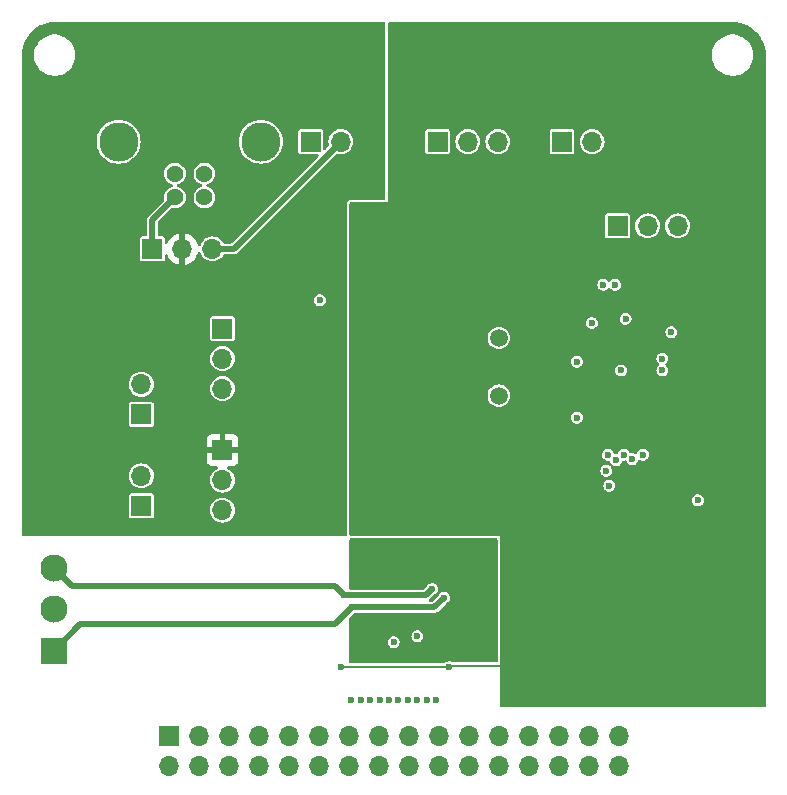
<source format=gbr>
%TF.GenerationSoftware,KiCad,Pcbnew,8.0.5*%
%TF.CreationDate,2024-10-20T03:08:33+02:00*%
%TF.ProjectId,Kingfisher,4b696e67-6669-4736-9865-722e6b696361,rev?*%
%TF.SameCoordinates,Original*%
%TF.FileFunction,Copper,L3,Inr*%
%TF.FilePolarity,Positive*%
%FSLAX46Y46*%
G04 Gerber Fmt 4.6, Leading zero omitted, Abs format (unit mm)*
G04 Created by KiCad (PCBNEW 8.0.5) date 2024-10-20 03:08:33*
%MOMM*%
%LPD*%
G01*
G04 APERTURE LIST*
%TA.AperFunction,ComponentPad*%
%ADD10R,1.700000X1.700000*%
%TD*%
%TA.AperFunction,ComponentPad*%
%ADD11O,1.700000X1.700000*%
%TD*%
%TA.AperFunction,ComponentPad*%
%ADD12C,1.500000*%
%TD*%
%TA.AperFunction,ComponentPad*%
%ADD13C,3.316000*%
%TD*%
%TA.AperFunction,ComponentPad*%
%ADD14C,1.428000*%
%TD*%
%TA.AperFunction,ComponentPad*%
%ADD15R,2.300000X2.300000*%
%TD*%
%TA.AperFunction,ComponentPad*%
%ADD16C,2.300000*%
%TD*%
%TA.AperFunction,ViaPad*%
%ADD17C,0.600000*%
%TD*%
%TA.AperFunction,Conductor*%
%ADD18C,0.200000*%
%TD*%
%TA.AperFunction,Conductor*%
%ADD19C,0.500000*%
%TD*%
G04 APERTURE END LIST*
D10*
%TO.N,GND*%
%TO.C,J3*%
X164250000Y-73625000D03*
D11*
%TO.N,NRST*%
X166790000Y-73625000D03*
%TD*%
D10*
%TO.N,GND*%
%TO.C,J12*%
X128625000Y-104460000D03*
D11*
%TO.N,EXT_DAC_VAA*%
X128625000Y-101920000D03*
%TD*%
D10*
%TO.N,GND*%
%TO.C,J1*%
X142975000Y-73625000D03*
D11*
%TO.N,5V_EXT*%
X145515000Y-73625000D03*
%TD*%
D10*
%TO.N,DAC_OUT_0*%
%TO.C,J11*%
X130950000Y-123950000D03*
D11*
%TO.N,GND*%
X130950000Y-126490000D03*
%TO.N,DAC_OUT_1*%
X133490000Y-123950000D03*
%TO.N,GND*%
X133490000Y-126490000D03*
%TO.N,DAC_OUT_2*%
X136030000Y-123950000D03*
%TO.N,GND*%
X136030000Y-126490000D03*
%TO.N,DAC_OUT_3*%
X138570000Y-123950000D03*
%TO.N,GND*%
X138570000Y-126490000D03*
%TO.N,DAC_OUT_4*%
X141110000Y-123950000D03*
%TO.N,GND*%
X141110000Y-126490000D03*
%TO.N,DAC_OUT_5*%
X143650000Y-123950000D03*
%TO.N,GND*%
X143650000Y-126490000D03*
%TO.N,DAC_OUT_6*%
X146190000Y-123950000D03*
%TO.N,GND*%
X146190000Y-126490000D03*
%TO.N,DAC_OUT_7*%
X148730000Y-123950000D03*
%TO.N,GND*%
X148730000Y-126490000D03*
%TO.N,DAC_OUT_8*%
X151270000Y-123950000D03*
%TO.N,GND*%
X151270000Y-126490000D03*
%TO.N,DAC_OUT_9*%
X153810000Y-123950000D03*
%TO.N,GND*%
X153810000Y-126490000D03*
%TO.N,DAC_OUT_10*%
X156350000Y-123950000D03*
%TO.N,GND*%
X156350000Y-126490000D03*
%TO.N,DAC_OUT_11*%
X158890000Y-123950000D03*
%TO.N,GND*%
X158890000Y-126490000D03*
%TO.N,DAC_OUT_12*%
X161430000Y-123950000D03*
%TO.N,GND*%
X161430000Y-126490000D03*
%TO.N,DAC_OUT_13*%
X163970000Y-123950000D03*
%TO.N,GND*%
X163970000Y-126490000D03*
%TO.N,DAC_OUT_14*%
X166510000Y-123950000D03*
%TO.N,GND*%
X166510000Y-126490000D03*
%TO.N,DAC_OUT_15*%
X169050000Y-123950000D03*
%TO.N,GND*%
X169050000Y-126490000D03*
%TD*%
D10*
%TO.N,Net-(J4-Pin_1)*%
%TO.C,J4*%
X168960000Y-80750000D03*
D11*
%TO.N,BOOT0*%
X171500000Y-80750000D03*
%TO.N,Net-(J4-Pin_3)*%
X174040000Y-80750000D03*
%TD*%
D12*
%TO.N,Net-(U3-PH0)*%
%TO.C,e1*%
X158900000Y-90250000D03*
%TO.N,Net-(U3-PH1)*%
X158900000Y-95130000D03*
%TD*%
D10*
%TO.N,USB_VBUS*%
%TO.C,J2*%
X129560000Y-82700000D03*
D11*
%TO.N,+5V*%
X132100000Y-82700000D03*
%TO.N,5V_EXT*%
X134640000Y-82700000D03*
%TD*%
D10*
%TO.N,+5V*%
%TO.C,J13*%
X135500000Y-99750000D03*
D11*
%TO.N,DAC_VAA*%
X135500000Y-102290000D03*
%TO.N,EXT_DAC_VAA*%
X135500000Y-104830000D03*
%TD*%
D13*
%TO.N,GND*%
%TO.C,J6*%
X138740000Y-73625000D03*
X126700000Y-73625000D03*
D14*
%TO.N,USB_VBUS*%
X131470000Y-78335000D03*
%TO.N,USB_OTG_FS_D-*%
X133970000Y-78335000D03*
%TO.N,USB_OTG_FS_D+*%
X133970000Y-76335000D03*
%TO.N,GND*%
X131470000Y-76335000D03*
%TD*%
D10*
%TO.N,GND*%
%TO.C,J5*%
X153725000Y-73625000D03*
D11*
%TO.N,UART_TX*%
X156265000Y-73625000D03*
%TO.N,UART_RX*%
X158805000Y-73625000D03*
%TD*%
D10*
%TO.N,GND*%
%TO.C,J8*%
X128625000Y-96710000D03*
D11*
%TO.N,EXT_REF_2V5*%
X128625000Y-94170000D03*
%TD*%
D15*
%TO.N,DAC_VCC*%
%TO.C,J9*%
X121250000Y-116710000D03*
D16*
%TO.N,GND*%
X121250000Y-113210000D03*
%TO.N,DAC_VSS*%
X121250000Y-109710000D03*
%TD*%
D10*
%TO.N,REF_2V5*%
%TO.C,J10*%
X135500000Y-89460000D03*
D11*
%TO.N,DAC_REF*%
X135500000Y-92000000D03*
%TO.N,EXT_REF_2V5*%
X135500000Y-94540000D03*
%TD*%
D17*
%TO.N,+3V3*%
X167250000Y-83500000D03*
X154250000Y-96250000D03*
X178750000Y-82250000D03*
X174750000Y-98750000D03*
X165850000Y-101500000D03*
X169750000Y-76250000D03*
X175000000Y-83500000D03*
X161750000Y-104000000D03*
X173000000Y-111250000D03*
X164250000Y-77750000D03*
X164250000Y-100500000D03*
X175000000Y-88250000D03*
X145500000Y-118100000D03*
X163500000Y-88500000D03*
X147750000Y-85000000D03*
X160000000Y-118000000D03*
X164900000Y-86000000D03*
X154700000Y-118100000D03*
X178750000Y-89000000D03*
%TO.N,GND*%
X173500000Y-89750000D03*
X165500000Y-97000000D03*
X169250000Y-93000000D03*
X143750000Y-87045000D03*
X175750000Y-104000000D03*
X150000000Y-116000000D03*
%TO.N,NRST*%
X165500000Y-92250000D03*
%TO.N,DAC_VCC*%
X146500000Y-113050000D03*
X154250000Y-112250000D03*
%TO.N,DAC_VSS*%
X153250000Y-111500000D03*
X145750000Y-112000000D03*
%TO.N,+5V*%
X144500000Y-104750000D03*
X148500000Y-111250000D03*
X119500000Y-90625000D03*
%TO.N,DAC_SCLK*%
X168000000Y-101500000D03*
X147199997Y-120900000D03*
%TO.N,DAC_TOGGLE0*%
X149600000Y-120900000D03*
X169475000Y-100125000D03*
%TO.N,DAC_nCLR*%
X153600009Y-120900000D03*
X167750000Y-85750000D03*
%TO.N,DAC_SDO*%
X168150000Y-100149998D03*
X146399994Y-120900000D03*
%TO.N,DAC_TOGGLE1*%
X170180013Y-100503101D03*
X150400000Y-120900000D03*
%TO.N,DAC_nLDAC*%
X152000003Y-120900000D03*
X169625000Y-88625000D03*
%TO.N,DAC_TOGGLE2*%
X171100000Y-100126533D03*
X151200000Y-120900000D03*
%TO.N,DAC_nRESET*%
X168750000Y-85750000D03*
X152800006Y-120900000D03*
%TO.N,DAC_nALMOUT*%
X166773060Y-88976940D03*
X152000000Y-115500000D03*
%TO.N,DAC_nCS*%
X168250000Y-102750000D03*
X148799997Y-120900000D03*
%TO.N,DAC_SDI*%
X168820957Y-100585682D03*
X148000000Y-120900000D03*
%TO.N,UART_RX*%
X172750000Y-93000000D03*
%TO.N,UART_TX*%
X172750000Y-92000000D03*
%TD*%
D18*
%TO.N,+3V3*%
X154850000Y-118250000D02*
X154700000Y-118100000D01*
X154700000Y-118100000D02*
X154800000Y-118000000D01*
X145500000Y-118100000D02*
X154700000Y-118100000D01*
X154800000Y-118000000D02*
X160000000Y-118000000D01*
D19*
%TO.N,DAC_VCC*%
X146500000Y-113050000D02*
X153450000Y-113050000D01*
X153450000Y-113050000D02*
X154250000Y-112250000D01*
X121250000Y-116710000D02*
X123460000Y-114500000D01*
X123460000Y-114500000D02*
X145050000Y-114500000D01*
X145050000Y-114500000D02*
X146500000Y-113050000D01*
%TO.N,DAC_VSS*%
X152750000Y-112000000D02*
X153250000Y-111500000D01*
X122790000Y-111250000D02*
X145000000Y-111250000D01*
X121250000Y-109710000D02*
X122790000Y-111250000D01*
X145750000Y-112000000D02*
X152750000Y-112000000D01*
X145000000Y-111250000D02*
X145750000Y-112000000D01*
%TO.N,5V_EXT*%
X145515000Y-73625000D02*
X136440000Y-82700000D01*
X136440000Y-82700000D02*
X134640000Y-82700000D01*
%TO.N,USB_VBUS*%
X131470000Y-78010000D02*
X131470000Y-78335000D01*
X131470000Y-78335000D02*
X129560000Y-80245000D01*
X129560000Y-80245000D02*
X129560000Y-82700000D01*
%TD*%
%TA.AperFunction,Conductor*%
%TO.N,+5V*%
G36*
X149237539Y-63520185D02*
G01*
X149283294Y-63572989D01*
X149294500Y-63624500D01*
X149294500Y-78420500D01*
X149274815Y-78487539D01*
X149222011Y-78533294D01*
X149170500Y-78544500D01*
X146373992Y-78544500D01*
X146330313Y-78549197D01*
X146278825Y-78560397D01*
X146268627Y-78562890D01*
X146268624Y-78562891D01*
X146187916Y-78605899D01*
X146187913Y-78605901D01*
X146135104Y-78651660D01*
X146117160Y-78669242D01*
X146117154Y-78669249D01*
X146072511Y-78749059D01*
X146072509Y-78749064D01*
X146052826Y-78816096D01*
X146044500Y-78874003D01*
X146044500Y-106876000D01*
X146024815Y-106943039D01*
X145972011Y-106988794D01*
X145920500Y-107000000D01*
X118624500Y-107000000D01*
X118557461Y-106980315D01*
X118511706Y-106927511D01*
X118500500Y-106876000D01*
X118500500Y-103590247D01*
X127574500Y-103590247D01*
X127574500Y-105329752D01*
X127586131Y-105388229D01*
X127586132Y-105388230D01*
X127630447Y-105454552D01*
X127696769Y-105498867D01*
X127696770Y-105498868D01*
X127755247Y-105510499D01*
X127755250Y-105510500D01*
X127755252Y-105510500D01*
X129494750Y-105510500D01*
X129494751Y-105510499D01*
X129509568Y-105507552D01*
X129553229Y-105498868D01*
X129553229Y-105498867D01*
X129553231Y-105498867D01*
X129619552Y-105454552D01*
X129663867Y-105388231D01*
X129663867Y-105388229D01*
X129663868Y-105388229D01*
X129675499Y-105329752D01*
X129675500Y-105329750D01*
X129675500Y-104830000D01*
X134444417Y-104830000D01*
X134464699Y-105035932D01*
X134464700Y-105035934D01*
X134524768Y-105233954D01*
X134622315Y-105416450D01*
X134622317Y-105416452D01*
X134753589Y-105576410D01*
X134850209Y-105655702D01*
X134913550Y-105707685D01*
X135096046Y-105805232D01*
X135294066Y-105865300D01*
X135294065Y-105865300D01*
X135312529Y-105867118D01*
X135500000Y-105885583D01*
X135705934Y-105865300D01*
X135903954Y-105805232D01*
X136086450Y-105707685D01*
X136246410Y-105576410D01*
X136377685Y-105416450D01*
X136475232Y-105233954D01*
X136535300Y-105035934D01*
X136555583Y-104830000D01*
X136535300Y-104624066D01*
X136475232Y-104426046D01*
X136377685Y-104243550D01*
X136310044Y-104161129D01*
X136246410Y-104083589D01*
X136086452Y-103952317D01*
X136086453Y-103952317D01*
X136086450Y-103952315D01*
X135903954Y-103854768D01*
X135705934Y-103794700D01*
X135705932Y-103794699D01*
X135705934Y-103794699D01*
X135500000Y-103774417D01*
X135294067Y-103794699D01*
X135096043Y-103854769D01*
X134985898Y-103913643D01*
X134913550Y-103952315D01*
X134913548Y-103952316D01*
X134913547Y-103952317D01*
X134753589Y-104083589D01*
X134622317Y-104243547D01*
X134524769Y-104426043D01*
X134464699Y-104624067D01*
X134444417Y-104830000D01*
X129675500Y-104830000D01*
X129675500Y-103590249D01*
X129675499Y-103590247D01*
X129663868Y-103531770D01*
X129663867Y-103531769D01*
X129619552Y-103465447D01*
X129553230Y-103421132D01*
X129553229Y-103421131D01*
X129494752Y-103409500D01*
X129494748Y-103409500D01*
X127755252Y-103409500D01*
X127755247Y-103409500D01*
X127696770Y-103421131D01*
X127696769Y-103421132D01*
X127630447Y-103465447D01*
X127586132Y-103531769D01*
X127586131Y-103531770D01*
X127574500Y-103590247D01*
X118500500Y-103590247D01*
X118500500Y-101920000D01*
X127569417Y-101920000D01*
X127589699Y-102125932D01*
X127589700Y-102125934D01*
X127649768Y-102323954D01*
X127747315Y-102506450D01*
X127747317Y-102506452D01*
X127878589Y-102666410D01*
X127975209Y-102745702D01*
X128038550Y-102797685D01*
X128221046Y-102895232D01*
X128419066Y-102955300D01*
X128419065Y-102955300D01*
X128437529Y-102957118D01*
X128625000Y-102975583D01*
X128830934Y-102955300D01*
X129028954Y-102895232D01*
X129211450Y-102797685D01*
X129371410Y-102666410D01*
X129502685Y-102506450D01*
X129600232Y-102323954D01*
X129660300Y-102125934D01*
X129680583Y-101920000D01*
X129660300Y-101714066D01*
X129600232Y-101516046D01*
X129502685Y-101333550D01*
X129416799Y-101228897D01*
X129371410Y-101173589D01*
X129211452Y-101042317D01*
X129211453Y-101042317D01*
X129211450Y-101042315D01*
X129028954Y-100944768D01*
X128830934Y-100884700D01*
X128830932Y-100884699D01*
X128830934Y-100884699D01*
X128625000Y-100864417D01*
X128419067Y-100884699D01*
X128221043Y-100944769D01*
X128110898Y-101003643D01*
X128038550Y-101042315D01*
X128038548Y-101042316D01*
X128038547Y-101042317D01*
X127878589Y-101173589D01*
X127747317Y-101333547D01*
X127649769Y-101516043D01*
X127589699Y-101714067D01*
X127569417Y-101920000D01*
X118500500Y-101920000D01*
X118500500Y-98852155D01*
X134150000Y-98852155D01*
X134150000Y-99500000D01*
X135066988Y-99500000D01*
X135034075Y-99557007D01*
X135000000Y-99684174D01*
X135000000Y-99815826D01*
X135034075Y-99942993D01*
X135066988Y-100000000D01*
X134150000Y-100000000D01*
X134150000Y-100647844D01*
X134156401Y-100707372D01*
X134156403Y-100707379D01*
X134206645Y-100842086D01*
X134206649Y-100842093D01*
X134292809Y-100957187D01*
X134292812Y-100957190D01*
X134407906Y-101043350D01*
X134407913Y-101043354D01*
X134542620Y-101093596D01*
X134542627Y-101093598D01*
X134602155Y-101099999D01*
X134602172Y-101100000D01*
X135002813Y-101100000D01*
X135069852Y-101119685D01*
X135115607Y-101172489D01*
X135125551Y-101241647D01*
X135096526Y-101305203D01*
X135061267Y-101333357D01*
X134913550Y-101412315D01*
X134913548Y-101412316D01*
X134913547Y-101412317D01*
X134753589Y-101543589D01*
X134622317Y-101703547D01*
X134622315Y-101703550D01*
X134610723Y-101725237D01*
X134524769Y-101886043D01*
X134464699Y-102084067D01*
X134444417Y-102290000D01*
X134464699Y-102495932D01*
X134492891Y-102588869D01*
X134524768Y-102693954D01*
X134622315Y-102876450D01*
X134622317Y-102876452D01*
X134753589Y-103036410D01*
X134850209Y-103115702D01*
X134913550Y-103167685D01*
X135096046Y-103265232D01*
X135294066Y-103325300D01*
X135294065Y-103325300D01*
X135312529Y-103327118D01*
X135500000Y-103345583D01*
X135705934Y-103325300D01*
X135903954Y-103265232D01*
X136086450Y-103167685D01*
X136246410Y-103036410D01*
X136377685Y-102876450D01*
X136475232Y-102693954D01*
X136535300Y-102495934D01*
X136555583Y-102290000D01*
X136535300Y-102084066D01*
X136475232Y-101886046D01*
X136377685Y-101703550D01*
X136279545Y-101583965D01*
X136246410Y-101543589D01*
X136086452Y-101412317D01*
X136086453Y-101412317D01*
X136086450Y-101412315D01*
X135938732Y-101333357D01*
X135888889Y-101284395D01*
X135873429Y-101216257D01*
X135897261Y-101150578D01*
X135952819Y-101108209D01*
X135997187Y-101100000D01*
X136397828Y-101100000D01*
X136397844Y-101099999D01*
X136457372Y-101093598D01*
X136457379Y-101093596D01*
X136592086Y-101043354D01*
X136592093Y-101043350D01*
X136707187Y-100957190D01*
X136707190Y-100957187D01*
X136793350Y-100842093D01*
X136793354Y-100842086D01*
X136843596Y-100707379D01*
X136843598Y-100707372D01*
X136849999Y-100647844D01*
X136850000Y-100647827D01*
X136850000Y-100000000D01*
X135933012Y-100000000D01*
X135965925Y-99942993D01*
X136000000Y-99815826D01*
X136000000Y-99684174D01*
X135965925Y-99557007D01*
X135933012Y-99500000D01*
X136850000Y-99500000D01*
X136850000Y-98852172D01*
X136849999Y-98852155D01*
X136843598Y-98792627D01*
X136843596Y-98792620D01*
X136793354Y-98657913D01*
X136793350Y-98657906D01*
X136707190Y-98542812D01*
X136707187Y-98542809D01*
X136592093Y-98456649D01*
X136592086Y-98456645D01*
X136457379Y-98406403D01*
X136457372Y-98406401D01*
X136397844Y-98400000D01*
X135750000Y-98400000D01*
X135750000Y-99316988D01*
X135692993Y-99284075D01*
X135565826Y-99250000D01*
X135434174Y-99250000D01*
X135307007Y-99284075D01*
X135250000Y-99316988D01*
X135250000Y-98400000D01*
X134602155Y-98400000D01*
X134542627Y-98406401D01*
X134542620Y-98406403D01*
X134407913Y-98456645D01*
X134407906Y-98456649D01*
X134292812Y-98542809D01*
X134292809Y-98542812D01*
X134206649Y-98657906D01*
X134206645Y-98657913D01*
X134156403Y-98792620D01*
X134156401Y-98792627D01*
X134150000Y-98852155D01*
X118500500Y-98852155D01*
X118500500Y-95840247D01*
X127574500Y-95840247D01*
X127574500Y-97579752D01*
X127586131Y-97638229D01*
X127586132Y-97638230D01*
X127630447Y-97704552D01*
X127696769Y-97748867D01*
X127696770Y-97748868D01*
X127755247Y-97760499D01*
X127755250Y-97760500D01*
X127755252Y-97760500D01*
X129494750Y-97760500D01*
X129494751Y-97760499D01*
X129509568Y-97757552D01*
X129553229Y-97748868D01*
X129553229Y-97748867D01*
X129553231Y-97748867D01*
X129619552Y-97704552D01*
X129663867Y-97638231D01*
X129663867Y-97638229D01*
X129663868Y-97638229D01*
X129675499Y-97579752D01*
X129675500Y-97579750D01*
X129675500Y-95840249D01*
X129675499Y-95840247D01*
X129663868Y-95781770D01*
X129663867Y-95781769D01*
X129619552Y-95715447D01*
X129553230Y-95671132D01*
X129553229Y-95671131D01*
X129494752Y-95659500D01*
X129494748Y-95659500D01*
X127755252Y-95659500D01*
X127755247Y-95659500D01*
X127696770Y-95671131D01*
X127696769Y-95671132D01*
X127630447Y-95715447D01*
X127586132Y-95781769D01*
X127586131Y-95781770D01*
X127574500Y-95840247D01*
X118500500Y-95840247D01*
X118500500Y-94170000D01*
X127569417Y-94170000D01*
X127589699Y-94375932D01*
X127619734Y-94474944D01*
X127649768Y-94573954D01*
X127747315Y-94756450D01*
X127747317Y-94756452D01*
X127878589Y-94916410D01*
X127960891Y-94983952D01*
X128038550Y-95047685D01*
X128221046Y-95145232D01*
X128419066Y-95205300D01*
X128419065Y-95205300D01*
X128437529Y-95207118D01*
X128625000Y-95225583D01*
X128830934Y-95205300D01*
X129028954Y-95145232D01*
X129211450Y-95047685D01*
X129371410Y-94916410D01*
X129502685Y-94756450D01*
X129600232Y-94573954D01*
X129610532Y-94540000D01*
X134444417Y-94540000D01*
X134464699Y-94745932D01*
X134494301Y-94843517D01*
X134524768Y-94943954D01*
X134622315Y-95126450D01*
X134637727Y-95145230D01*
X134753589Y-95286410D01*
X134850209Y-95365702D01*
X134913550Y-95417685D01*
X135096046Y-95515232D01*
X135294066Y-95575300D01*
X135294065Y-95575300D01*
X135312529Y-95577118D01*
X135500000Y-95595583D01*
X135705934Y-95575300D01*
X135903954Y-95515232D01*
X136086450Y-95417685D01*
X136246410Y-95286410D01*
X136377685Y-95126450D01*
X136475232Y-94943954D01*
X136535300Y-94745934D01*
X136555583Y-94540000D01*
X136535300Y-94334066D01*
X136475232Y-94136046D01*
X136377685Y-93953550D01*
X136325702Y-93890209D01*
X136246410Y-93793589D01*
X136086452Y-93662317D01*
X136086453Y-93662317D01*
X136086450Y-93662315D01*
X135903954Y-93564768D01*
X135705934Y-93504700D01*
X135705932Y-93504699D01*
X135705934Y-93504699D01*
X135500000Y-93484417D01*
X135294067Y-93504699D01*
X135096043Y-93564769D01*
X134985898Y-93623643D01*
X134913550Y-93662315D01*
X134913548Y-93662316D01*
X134913547Y-93662317D01*
X134753589Y-93793589D01*
X134622317Y-93953547D01*
X134622315Y-93953550D01*
X134583643Y-94025898D01*
X134524769Y-94136043D01*
X134464699Y-94334067D01*
X134444417Y-94540000D01*
X129610532Y-94540000D01*
X129660300Y-94375934D01*
X129680583Y-94170000D01*
X129660300Y-93964066D01*
X129600232Y-93766046D01*
X129502685Y-93583550D01*
X129421329Y-93484417D01*
X129371410Y-93423589D01*
X129253677Y-93326969D01*
X129211450Y-93292315D01*
X129028954Y-93194768D01*
X128830934Y-93134700D01*
X128830932Y-93134699D01*
X128830934Y-93134699D01*
X128625000Y-93114417D01*
X128419067Y-93134699D01*
X128221043Y-93194769D01*
X128110898Y-93253643D01*
X128038550Y-93292315D01*
X128038548Y-93292316D01*
X128038547Y-93292317D01*
X127878589Y-93423589D01*
X127747317Y-93583547D01*
X127649769Y-93766043D01*
X127589699Y-93964067D01*
X127569417Y-94170000D01*
X118500500Y-94170000D01*
X118500500Y-92000000D01*
X134444417Y-92000000D01*
X134464699Y-92205932D01*
X134482159Y-92263489D01*
X134524768Y-92403954D01*
X134622315Y-92586450D01*
X134622317Y-92586452D01*
X134753589Y-92746410D01*
X134788137Y-92774762D01*
X134913550Y-92877685D01*
X135096046Y-92975232D01*
X135294066Y-93035300D01*
X135294065Y-93035300D01*
X135312529Y-93037118D01*
X135500000Y-93055583D01*
X135705934Y-93035300D01*
X135903954Y-92975232D01*
X136086450Y-92877685D01*
X136246410Y-92746410D01*
X136377685Y-92586450D01*
X136475232Y-92403954D01*
X136535300Y-92205934D01*
X136555583Y-92000000D01*
X136535300Y-91794066D01*
X136475232Y-91596046D01*
X136377685Y-91413550D01*
X136325702Y-91350209D01*
X136246410Y-91253589D01*
X136086452Y-91122317D01*
X136086453Y-91122317D01*
X136086450Y-91122315D01*
X135903954Y-91024768D01*
X135705934Y-90964700D01*
X135705932Y-90964699D01*
X135705934Y-90964699D01*
X135500000Y-90944417D01*
X135294067Y-90964699D01*
X135096043Y-91024769D01*
X134985898Y-91083643D01*
X134913550Y-91122315D01*
X134913548Y-91122316D01*
X134913547Y-91122317D01*
X134753589Y-91253589D01*
X134622317Y-91413547D01*
X134524769Y-91596043D01*
X134464699Y-91794067D01*
X134444417Y-92000000D01*
X118500500Y-92000000D01*
X118500500Y-88590247D01*
X134449500Y-88590247D01*
X134449500Y-90329752D01*
X134461131Y-90388229D01*
X134461132Y-90388230D01*
X134505447Y-90454552D01*
X134571769Y-90498867D01*
X134571770Y-90498868D01*
X134630247Y-90510499D01*
X134630250Y-90510500D01*
X134630252Y-90510500D01*
X136369750Y-90510500D01*
X136369751Y-90510499D01*
X136384568Y-90507552D01*
X136428229Y-90498868D01*
X136428229Y-90498867D01*
X136428231Y-90498867D01*
X136494552Y-90454552D01*
X136538867Y-90388231D01*
X136538867Y-90388229D01*
X136538868Y-90388229D01*
X136550499Y-90329752D01*
X136550500Y-90329750D01*
X136550500Y-88590249D01*
X136550499Y-88590247D01*
X136538868Y-88531770D01*
X136538867Y-88531769D01*
X136494552Y-88465447D01*
X136428230Y-88421132D01*
X136428229Y-88421131D01*
X136369752Y-88409500D01*
X136369748Y-88409500D01*
X134630252Y-88409500D01*
X134630247Y-88409500D01*
X134571770Y-88421131D01*
X134571769Y-88421132D01*
X134505447Y-88465447D01*
X134461132Y-88531769D01*
X134461131Y-88531770D01*
X134449500Y-88590247D01*
X118500500Y-88590247D01*
X118500500Y-87045000D01*
X143244353Y-87045000D01*
X143264834Y-87187456D01*
X143324622Y-87318371D01*
X143324623Y-87318373D01*
X143418872Y-87427143D01*
X143539947Y-87504953D01*
X143539950Y-87504954D01*
X143539949Y-87504954D01*
X143678036Y-87545499D01*
X143678038Y-87545500D01*
X143678039Y-87545500D01*
X143821962Y-87545500D01*
X143821962Y-87545499D01*
X143960053Y-87504953D01*
X144081128Y-87427143D01*
X144175377Y-87318373D01*
X144235165Y-87187457D01*
X144255647Y-87045000D01*
X144235165Y-86902543D01*
X144175377Y-86771627D01*
X144081128Y-86662857D01*
X143960053Y-86585047D01*
X143960051Y-86585046D01*
X143960049Y-86585045D01*
X143960050Y-86585045D01*
X143821963Y-86544500D01*
X143821961Y-86544500D01*
X143678039Y-86544500D01*
X143678036Y-86544500D01*
X143539949Y-86585045D01*
X143418873Y-86662856D01*
X143324623Y-86771626D01*
X143324622Y-86771628D01*
X143264834Y-86902543D01*
X143244353Y-87045000D01*
X118500500Y-87045000D01*
X118500500Y-81830247D01*
X128509500Y-81830247D01*
X128509500Y-83569752D01*
X128521131Y-83628229D01*
X128521132Y-83628230D01*
X128565447Y-83694552D01*
X128631769Y-83738867D01*
X128631770Y-83738868D01*
X128690247Y-83750499D01*
X128690250Y-83750500D01*
X128690252Y-83750500D01*
X130429750Y-83750500D01*
X130429751Y-83750499D01*
X130444568Y-83747552D01*
X130488229Y-83738868D01*
X130488229Y-83738867D01*
X130488231Y-83738867D01*
X130554552Y-83694552D01*
X130598867Y-83628231D01*
X130598867Y-83628229D01*
X130598868Y-83628229D01*
X130608922Y-83577682D01*
X130610500Y-83569748D01*
X130610500Y-83259456D01*
X130630185Y-83192417D01*
X130682989Y-83146662D01*
X130752147Y-83136718D01*
X130815703Y-83165743D01*
X130846882Y-83207051D01*
X130926400Y-83377578D01*
X131061894Y-83571082D01*
X131228917Y-83738105D01*
X131422421Y-83873600D01*
X131636507Y-83973429D01*
X131636516Y-83973433D01*
X131850000Y-84030634D01*
X131850000Y-83133012D01*
X131907007Y-83165925D01*
X132034174Y-83200000D01*
X132165826Y-83200000D01*
X132292993Y-83165925D01*
X132350000Y-83133012D01*
X132350000Y-84030633D01*
X132563483Y-83973433D01*
X132563492Y-83973429D01*
X132777578Y-83873600D01*
X132971082Y-83738105D01*
X133138105Y-83571082D01*
X133273600Y-83377578D01*
X133373429Y-83163492D01*
X133373433Y-83163483D01*
X133406158Y-83041350D01*
X133442522Y-82981690D01*
X133505369Y-82951160D01*
X133574745Y-82959454D01*
X133628623Y-83003939D01*
X133644593Y-83037447D01*
X133664768Y-83103954D01*
X133762315Y-83286450D01*
X133762317Y-83286452D01*
X133893589Y-83446410D01*
X133990209Y-83525702D01*
X134053550Y-83577685D01*
X134236046Y-83675232D01*
X134434066Y-83735300D01*
X134434065Y-83735300D01*
X134452529Y-83737118D01*
X134640000Y-83755583D01*
X134845934Y-83735300D01*
X135043954Y-83675232D01*
X135226450Y-83577685D01*
X135386410Y-83446410D01*
X135517685Y-83286450D01*
X135532114Y-83259456D01*
X135555317Y-83216047D01*
X135604279Y-83166203D01*
X135664675Y-83150500D01*
X136499308Y-83150500D01*
X136499309Y-83150500D01*
X136589673Y-83126286D01*
X136613887Y-83119799D01*
X136716614Y-83060489D01*
X145108997Y-74668104D01*
X145170318Y-74634621D01*
X145232670Y-74637125D01*
X145309066Y-74660300D01*
X145309065Y-74660300D01*
X145327529Y-74662118D01*
X145515000Y-74680583D01*
X145720934Y-74660300D01*
X145918954Y-74600232D01*
X146101450Y-74502685D01*
X146261410Y-74371410D01*
X146392685Y-74211450D01*
X146490232Y-74028954D01*
X146550300Y-73830934D01*
X146570583Y-73625000D01*
X146550300Y-73419066D01*
X146490232Y-73221046D01*
X146392685Y-73038550D01*
X146340702Y-72975209D01*
X146261410Y-72878589D01*
X146141277Y-72780000D01*
X146101450Y-72747315D01*
X145918954Y-72649768D01*
X145720934Y-72589700D01*
X145720932Y-72589699D01*
X145720934Y-72589699D01*
X145515000Y-72569417D01*
X145309067Y-72589699D01*
X145111043Y-72649769D01*
X145023114Y-72696769D01*
X144928550Y-72747315D01*
X144928548Y-72747316D01*
X144928547Y-72747317D01*
X144768589Y-72878589D01*
X144637317Y-73038547D01*
X144539769Y-73221043D01*
X144479699Y-73419067D01*
X144459417Y-73624999D01*
X144479699Y-73830932D01*
X144502873Y-73907327D01*
X144503496Y-73977194D01*
X144471893Y-74031002D01*
X144237181Y-74265715D01*
X144175858Y-74299200D01*
X144106167Y-74294216D01*
X144050233Y-74252345D01*
X144025816Y-74186880D01*
X144025500Y-74178034D01*
X144025500Y-72755249D01*
X144025499Y-72755247D01*
X144013868Y-72696770D01*
X144013867Y-72696769D01*
X143969552Y-72630447D01*
X143903230Y-72586132D01*
X143903229Y-72586131D01*
X143844752Y-72574500D01*
X143844748Y-72574500D01*
X142105252Y-72574500D01*
X142105247Y-72574500D01*
X142046770Y-72586131D01*
X142046769Y-72586132D01*
X141980447Y-72630447D01*
X141936132Y-72696769D01*
X141936131Y-72696770D01*
X141924500Y-72755247D01*
X141924500Y-74494752D01*
X141936131Y-74553229D01*
X141936132Y-74553230D01*
X141980447Y-74619552D01*
X142046769Y-74663867D01*
X142046770Y-74663868D01*
X142105247Y-74675499D01*
X142105250Y-74675500D01*
X142105252Y-74675500D01*
X143528035Y-74675500D01*
X143595074Y-74695185D01*
X143640829Y-74747989D01*
X143650773Y-74817147D01*
X143621748Y-74880703D01*
X143615716Y-74887181D01*
X136289716Y-82213181D01*
X136228393Y-82246666D01*
X136202035Y-82249500D01*
X135664675Y-82249500D01*
X135597636Y-82229815D01*
X135555317Y-82183953D01*
X135517688Y-82113555D01*
X135517684Y-82113549D01*
X135517682Y-82113547D01*
X135442897Y-82022420D01*
X135386410Y-81953589D01*
X135236121Y-81830252D01*
X135226450Y-81822315D01*
X135043954Y-81724768D01*
X134845934Y-81664700D01*
X134845932Y-81664699D01*
X134845934Y-81664699D01*
X134640000Y-81644417D01*
X134434067Y-81664699D01*
X134236043Y-81724769D01*
X134148114Y-81771769D01*
X134053550Y-81822315D01*
X134053548Y-81822316D01*
X134053547Y-81822317D01*
X133893589Y-81953589D01*
X133762317Y-82113547D01*
X133762315Y-82113550D01*
X133747887Y-82140543D01*
X133664767Y-82296046D01*
X133644593Y-82362552D01*
X133606296Y-82420990D01*
X133542483Y-82449447D01*
X133473416Y-82438886D01*
X133421023Y-82392661D01*
X133406158Y-82358649D01*
X133373433Y-82236516D01*
X133373429Y-82236507D01*
X133273600Y-82022422D01*
X133273599Y-82022420D01*
X133138113Y-81828926D01*
X133138108Y-81828920D01*
X132971082Y-81661894D01*
X132777578Y-81526399D01*
X132563492Y-81426570D01*
X132563486Y-81426567D01*
X132350000Y-81369364D01*
X132350000Y-82266988D01*
X132292993Y-82234075D01*
X132165826Y-82200000D01*
X132034174Y-82200000D01*
X131907007Y-82234075D01*
X131850000Y-82266988D01*
X131850000Y-81369364D01*
X131849999Y-81369364D01*
X131636513Y-81426567D01*
X131636507Y-81426570D01*
X131422422Y-81526399D01*
X131422420Y-81526400D01*
X131228926Y-81661886D01*
X131228920Y-81661891D01*
X131061891Y-81828920D01*
X131061886Y-81828926D01*
X130926400Y-82022420D01*
X130926399Y-82022422D01*
X130846882Y-82192948D01*
X130800710Y-82245387D01*
X130733516Y-82264539D01*
X130666635Y-82244323D01*
X130621300Y-82191158D01*
X130610500Y-82140543D01*
X130610500Y-81830249D01*
X130610499Y-81830247D01*
X130598868Y-81771770D01*
X130598867Y-81771769D01*
X130554552Y-81705447D01*
X130488230Y-81661132D01*
X130488229Y-81661131D01*
X130429752Y-81649500D01*
X130429748Y-81649500D01*
X130134500Y-81649500D01*
X130067461Y-81629815D01*
X130021706Y-81577011D01*
X130010500Y-81525500D01*
X130010500Y-80482964D01*
X130030185Y-80415925D01*
X130046814Y-80395287D01*
X131176774Y-79265327D01*
X131238095Y-79231844D01*
X131290234Y-79231720D01*
X131373882Y-79249500D01*
X131566116Y-79249500D01*
X131566118Y-79249500D01*
X131754153Y-79209532D01*
X131929769Y-79131342D01*
X132085290Y-79018349D01*
X132213921Y-78875490D01*
X132310039Y-78709009D01*
X132369443Y-78526182D01*
X132389537Y-78335000D01*
X132369443Y-78143818D01*
X132310039Y-77960991D01*
X132213921Y-77794510D01*
X132163539Y-77738556D01*
X132085295Y-77651655D01*
X132085292Y-77651653D01*
X132085291Y-77651652D01*
X132085290Y-77651651D01*
X131929769Y-77538658D01*
X131929768Y-77538657D01*
X131754158Y-77460469D01*
X131752713Y-77460161D01*
X131734495Y-77456289D01*
X131673016Y-77423098D01*
X131639239Y-77361936D01*
X131643891Y-77292221D01*
X131685495Y-77236088D01*
X131734494Y-77213710D01*
X131754153Y-77209532D01*
X131754157Y-77209530D01*
X131754158Y-77209530D01*
X131813313Y-77183191D01*
X131929769Y-77131342D01*
X132085290Y-77018349D01*
X132213921Y-76875490D01*
X132310039Y-76709009D01*
X132369443Y-76526182D01*
X132389537Y-76335000D01*
X133050463Y-76335000D01*
X133070557Y-76526182D01*
X133070558Y-76526185D01*
X133129958Y-76709003D01*
X133129961Y-76709009D01*
X133226079Y-76875490D01*
X133270886Y-76925253D01*
X133354704Y-77018344D01*
X133354707Y-77018346D01*
X133354710Y-77018349D01*
X133510231Y-77131342D01*
X133685842Y-77209530D01*
X133685847Y-77209532D01*
X133705502Y-77213710D01*
X133766984Y-77246902D01*
X133800760Y-77308065D01*
X133796108Y-77377780D01*
X133754503Y-77433912D01*
X133705502Y-77456290D01*
X133685847Y-77460467D01*
X133685843Y-77460469D01*
X133510232Y-77538657D01*
X133510227Y-77538660D01*
X133354710Y-77651650D01*
X133226078Y-77794511D01*
X133129961Y-77960990D01*
X133129958Y-77960996D01*
X133070558Y-78143814D01*
X133070557Y-78143818D01*
X133050463Y-78335000D01*
X133070557Y-78526182D01*
X133070558Y-78526185D01*
X133129958Y-78709003D01*
X133129961Y-78709009D01*
X133226079Y-78875490D01*
X133270886Y-78925253D01*
X133354704Y-79018344D01*
X133354707Y-79018346D01*
X133354710Y-79018349D01*
X133510231Y-79131342D01*
X133685842Y-79209530D01*
X133685847Y-79209532D01*
X133873882Y-79249500D01*
X133873883Y-79249500D01*
X134066116Y-79249500D01*
X134066118Y-79249500D01*
X134254153Y-79209532D01*
X134429769Y-79131342D01*
X134585290Y-79018349D01*
X134713921Y-78875490D01*
X134810039Y-78709009D01*
X134869443Y-78526182D01*
X134889537Y-78335000D01*
X134869443Y-78143818D01*
X134810039Y-77960991D01*
X134713921Y-77794510D01*
X134663539Y-77738556D01*
X134585295Y-77651655D01*
X134585292Y-77651653D01*
X134585291Y-77651652D01*
X134585290Y-77651651D01*
X134429769Y-77538658D01*
X134429768Y-77538657D01*
X134254158Y-77460469D01*
X134252713Y-77460161D01*
X134234495Y-77456289D01*
X134173016Y-77423098D01*
X134139239Y-77361936D01*
X134143891Y-77292221D01*
X134185495Y-77236088D01*
X134234494Y-77213710D01*
X134254153Y-77209532D01*
X134254157Y-77209530D01*
X134254158Y-77209530D01*
X134313313Y-77183191D01*
X134429769Y-77131342D01*
X134585290Y-77018349D01*
X134713921Y-76875490D01*
X134810039Y-76709009D01*
X134869443Y-76526182D01*
X134889537Y-76335000D01*
X134869443Y-76143818D01*
X134810039Y-75960991D01*
X134713921Y-75794510D01*
X134663539Y-75738556D01*
X134585295Y-75651655D01*
X134585292Y-75651653D01*
X134585291Y-75651652D01*
X134585290Y-75651651D01*
X134429769Y-75538658D01*
X134429768Y-75538657D01*
X134254157Y-75460469D01*
X134254152Y-75460467D01*
X134106085Y-75428995D01*
X134066118Y-75420500D01*
X133873882Y-75420500D01*
X133840921Y-75427506D01*
X133685847Y-75460467D01*
X133685843Y-75460469D01*
X133510232Y-75538657D01*
X133510227Y-75538660D01*
X133354710Y-75651650D01*
X133226078Y-75794511D01*
X133129961Y-75960990D01*
X133129958Y-75960996D01*
X133070558Y-76143814D01*
X133070557Y-76143818D01*
X133050463Y-76335000D01*
X132389537Y-76335000D01*
X132369443Y-76143818D01*
X132310039Y-75960991D01*
X132213921Y-75794510D01*
X132163539Y-75738556D01*
X132085295Y-75651655D01*
X132085292Y-75651653D01*
X132085291Y-75651652D01*
X132085290Y-75651651D01*
X131929769Y-75538658D01*
X131929768Y-75538657D01*
X131754157Y-75460469D01*
X131754152Y-75460467D01*
X131606085Y-75428995D01*
X131566118Y-75420500D01*
X131373882Y-75420500D01*
X131340921Y-75427506D01*
X131185847Y-75460467D01*
X131185843Y-75460469D01*
X131010232Y-75538657D01*
X131010227Y-75538660D01*
X130854710Y-75651650D01*
X130726078Y-75794511D01*
X130629961Y-75960990D01*
X130629958Y-75960996D01*
X130570558Y-76143814D01*
X130570557Y-76143818D01*
X130550463Y-76335000D01*
X130570557Y-76526182D01*
X130570558Y-76526185D01*
X130629958Y-76709003D01*
X130629961Y-76709009D01*
X130726079Y-76875490D01*
X130770886Y-76925253D01*
X130854704Y-77018344D01*
X130854707Y-77018346D01*
X130854710Y-77018349D01*
X131010231Y-77131342D01*
X131185842Y-77209530D01*
X131185847Y-77209532D01*
X131205502Y-77213710D01*
X131266984Y-77246902D01*
X131300760Y-77308065D01*
X131296108Y-77377780D01*
X131254503Y-77433912D01*
X131205502Y-77456290D01*
X131185847Y-77460467D01*
X131185843Y-77460469D01*
X131010232Y-77538657D01*
X131010227Y-77538660D01*
X130854710Y-77651650D01*
X130726078Y-77794511D01*
X130629961Y-77960990D01*
X130629958Y-77960996D01*
X130570558Y-78143814D01*
X130570557Y-78143818D01*
X130550463Y-78335000D01*
X130570557Y-78526182D01*
X130570558Y-78526185D01*
X130571143Y-78531750D01*
X130558574Y-78600480D01*
X130535503Y-78632393D01*
X129199513Y-79968383D01*
X129199509Y-79968389D01*
X129140201Y-80071112D01*
X129140200Y-80071117D01*
X129109500Y-80185691D01*
X129109500Y-81525500D01*
X129089815Y-81592539D01*
X129037011Y-81638294D01*
X128985500Y-81649500D01*
X128690247Y-81649500D01*
X128631770Y-81661131D01*
X128631769Y-81661132D01*
X128565447Y-81705447D01*
X128521132Y-81771769D01*
X128521131Y-81771770D01*
X128509500Y-81830247D01*
X118500500Y-81830247D01*
X118500500Y-73624998D01*
X124836753Y-73624998D01*
X124836753Y-73625001D01*
X124855718Y-73890173D01*
X124912226Y-74149930D01*
X124912228Y-74149937D01*
X124950424Y-74252345D01*
X125005131Y-74399022D01*
X125005133Y-74399026D01*
X125132533Y-74632341D01*
X125132538Y-74632349D01*
X125291845Y-74845159D01*
X125291861Y-74845177D01*
X125479822Y-75033138D01*
X125479840Y-75033154D01*
X125692650Y-75192461D01*
X125692658Y-75192466D01*
X125925973Y-75319866D01*
X125925977Y-75319868D01*
X125925979Y-75319869D01*
X126175063Y-75412772D01*
X126304947Y-75441027D01*
X126434826Y-75469281D01*
X126434828Y-75469281D01*
X126434832Y-75469282D01*
X126670476Y-75486135D01*
X126699999Y-75488247D01*
X126700000Y-75488247D01*
X126700001Y-75488247D01*
X126726566Y-75486346D01*
X126965168Y-75469282D01*
X127224937Y-75412772D01*
X127474021Y-75319869D01*
X127707347Y-75192463D01*
X127920167Y-75033148D01*
X128108148Y-74845167D01*
X128267463Y-74632347D01*
X128394869Y-74399021D01*
X128487772Y-74149937D01*
X128544282Y-73890168D01*
X128563247Y-73625000D01*
X128563247Y-73624998D01*
X136876753Y-73624998D01*
X136876753Y-73625001D01*
X136895718Y-73890173D01*
X136952226Y-74149930D01*
X136952228Y-74149937D01*
X136990424Y-74252345D01*
X137045131Y-74399022D01*
X137045133Y-74399026D01*
X137172533Y-74632341D01*
X137172538Y-74632349D01*
X137331845Y-74845159D01*
X137331861Y-74845177D01*
X137519822Y-75033138D01*
X137519840Y-75033154D01*
X137732650Y-75192461D01*
X137732658Y-75192466D01*
X137965973Y-75319866D01*
X137965977Y-75319868D01*
X137965979Y-75319869D01*
X138215063Y-75412772D01*
X138344947Y-75441027D01*
X138474826Y-75469281D01*
X138474828Y-75469281D01*
X138474832Y-75469282D01*
X138710476Y-75486135D01*
X138739999Y-75488247D01*
X138740000Y-75488247D01*
X138740001Y-75488247D01*
X138766566Y-75486346D01*
X139005168Y-75469282D01*
X139264937Y-75412772D01*
X139514021Y-75319869D01*
X139747347Y-75192463D01*
X139960167Y-75033148D01*
X140148148Y-74845167D01*
X140307463Y-74632347D01*
X140434869Y-74399021D01*
X140527772Y-74149937D01*
X140584282Y-73890168D01*
X140603247Y-73625000D01*
X140584282Y-73359832D01*
X140527772Y-73100063D01*
X140434869Y-72850979D01*
X140429170Y-72840543D01*
X140307466Y-72617658D01*
X140307461Y-72617650D01*
X140148154Y-72404840D01*
X140148138Y-72404822D01*
X139960177Y-72216861D01*
X139960159Y-72216845D01*
X139747349Y-72057538D01*
X139747341Y-72057533D01*
X139514026Y-71930133D01*
X139514022Y-71930131D01*
X139419588Y-71894909D01*
X139264937Y-71837228D01*
X139264933Y-71837227D01*
X139264930Y-71837226D01*
X139005173Y-71780718D01*
X138740001Y-71761753D01*
X138739999Y-71761753D01*
X138474826Y-71780718D01*
X138215069Y-71837226D01*
X138215064Y-71837227D01*
X138215063Y-71837228D01*
X138154843Y-71859688D01*
X137965977Y-71930131D01*
X137965973Y-71930133D01*
X137732658Y-72057533D01*
X137732650Y-72057538D01*
X137519840Y-72216845D01*
X137519822Y-72216861D01*
X137331861Y-72404822D01*
X137331845Y-72404840D01*
X137172538Y-72617650D01*
X137172533Y-72617658D01*
X137045133Y-72850973D01*
X137045131Y-72850977D01*
X136952226Y-73100069D01*
X136895718Y-73359826D01*
X136876753Y-73624998D01*
X128563247Y-73624998D01*
X128544282Y-73359832D01*
X128487772Y-73100063D01*
X128394869Y-72850979D01*
X128389170Y-72840543D01*
X128267466Y-72617658D01*
X128267461Y-72617650D01*
X128108154Y-72404840D01*
X128108138Y-72404822D01*
X127920177Y-72216861D01*
X127920159Y-72216845D01*
X127707349Y-72057538D01*
X127707341Y-72057533D01*
X127474026Y-71930133D01*
X127474022Y-71930131D01*
X127379588Y-71894909D01*
X127224937Y-71837228D01*
X127224933Y-71837227D01*
X127224930Y-71837226D01*
X126965173Y-71780718D01*
X126700001Y-71761753D01*
X126699999Y-71761753D01*
X126434826Y-71780718D01*
X126175069Y-71837226D01*
X126175064Y-71837227D01*
X126175063Y-71837228D01*
X126114843Y-71859688D01*
X125925977Y-71930131D01*
X125925973Y-71930133D01*
X125692658Y-72057533D01*
X125692650Y-72057538D01*
X125479840Y-72216845D01*
X125479822Y-72216861D01*
X125291861Y-72404822D01*
X125291845Y-72404840D01*
X125132538Y-72617650D01*
X125132533Y-72617658D01*
X125005133Y-72850973D01*
X125005131Y-72850977D01*
X124912226Y-73100069D01*
X124855718Y-73359826D01*
X124836753Y-73624998D01*
X118500500Y-73624998D01*
X118500500Y-66303480D01*
X118500695Y-66296527D01*
X118506944Y-66185258D01*
X119549500Y-66185258D01*
X119549500Y-66414741D01*
X119574446Y-66604215D01*
X119579452Y-66642238D01*
X119579453Y-66642240D01*
X119638842Y-66863887D01*
X119726650Y-67075876D01*
X119726657Y-67075890D01*
X119841392Y-67274617D01*
X119981081Y-67456661D01*
X119981089Y-67456670D01*
X120143330Y-67618911D01*
X120143338Y-67618918D01*
X120325382Y-67758607D01*
X120325385Y-67758608D01*
X120325388Y-67758611D01*
X120524112Y-67873344D01*
X120524117Y-67873346D01*
X120524123Y-67873349D01*
X120615480Y-67911190D01*
X120736113Y-67961158D01*
X120957762Y-68020548D01*
X121185266Y-68050500D01*
X121185273Y-68050500D01*
X121414727Y-68050500D01*
X121414734Y-68050500D01*
X121642238Y-68020548D01*
X121863887Y-67961158D01*
X122075888Y-67873344D01*
X122274612Y-67758611D01*
X122456661Y-67618919D01*
X122456665Y-67618914D01*
X122456670Y-67618911D01*
X122618911Y-67456670D01*
X122618914Y-67456665D01*
X122618919Y-67456661D01*
X122758611Y-67274612D01*
X122873344Y-67075888D01*
X122961158Y-66863887D01*
X123020548Y-66642238D01*
X123050500Y-66414734D01*
X123050500Y-66185266D01*
X123020548Y-65957762D01*
X122961158Y-65736113D01*
X122873344Y-65524112D01*
X122758611Y-65325388D01*
X122758608Y-65325385D01*
X122758607Y-65325382D01*
X122618918Y-65143338D01*
X122618911Y-65143330D01*
X122456670Y-64981089D01*
X122456661Y-64981081D01*
X122274617Y-64841392D01*
X122075890Y-64726657D01*
X122075876Y-64726650D01*
X121863887Y-64638842D01*
X121642238Y-64579452D01*
X121604215Y-64574446D01*
X121414741Y-64549500D01*
X121414734Y-64549500D01*
X121185266Y-64549500D01*
X121185258Y-64549500D01*
X120968715Y-64578009D01*
X120957762Y-64579452D01*
X120864076Y-64604554D01*
X120736112Y-64638842D01*
X120524123Y-64726650D01*
X120524109Y-64726657D01*
X120325382Y-64841392D01*
X120143338Y-64981081D01*
X119981081Y-65143338D01*
X119841392Y-65325382D01*
X119726657Y-65524109D01*
X119726650Y-65524123D01*
X119638842Y-65736112D01*
X119638842Y-65736113D01*
X119579743Y-65956678D01*
X119579453Y-65957759D01*
X119579451Y-65957770D01*
X119549500Y-66185258D01*
X118506944Y-66185258D01*
X118510985Y-66113293D01*
X118517713Y-65993494D01*
X118519267Y-65979700D01*
X118569523Y-65683915D01*
X118572616Y-65670363D01*
X118578628Y-65649497D01*
X118655673Y-65382068D01*
X118660265Y-65368948D01*
X118692839Y-65290307D01*
X118775075Y-65091768D01*
X118781097Y-65079262D01*
X118926230Y-64816665D01*
X118933625Y-64804897D01*
X119107245Y-64560201D01*
X119115896Y-64549354D01*
X119315816Y-64325645D01*
X119325647Y-64315815D01*
X119549354Y-64115896D01*
X119560201Y-64107245D01*
X119804902Y-63933621D01*
X119816665Y-63926230D01*
X120079262Y-63781097D01*
X120091768Y-63775075D01*
X120368948Y-63660265D01*
X120382068Y-63655673D01*
X120670369Y-63572614D01*
X120683915Y-63569523D01*
X120979700Y-63519267D01*
X120993494Y-63517713D01*
X121296528Y-63500695D01*
X121303481Y-63500500D01*
X121365892Y-63500500D01*
X149170500Y-63500500D01*
X149237539Y-63520185D01*
G37*
%TD.AperFunction*%
%TD*%
%TA.AperFunction,Conductor*%
%TO.N,+5V*%
G36*
X158737539Y-107225185D02*
G01*
X158783294Y-107277989D01*
X158794500Y-107329500D01*
X158794500Y-117575500D01*
X158774815Y-117642539D01*
X158722011Y-117688294D01*
X158670500Y-117699500D01*
X155038974Y-117699500D01*
X154971936Y-117679816D01*
X154910050Y-117640045D01*
X154771963Y-117599500D01*
X154771961Y-117599500D01*
X154628039Y-117599500D01*
X154628036Y-117599500D01*
X154489949Y-117640045D01*
X154368873Y-117717856D01*
X154335212Y-117756703D01*
X154276433Y-117794477D01*
X154241499Y-117799500D01*
X146374000Y-117799500D01*
X146306961Y-117779815D01*
X146261206Y-117727011D01*
X146250000Y-117675500D01*
X146250000Y-116000000D01*
X149494353Y-116000000D01*
X149514834Y-116142456D01*
X149574622Y-116273371D01*
X149574623Y-116273373D01*
X149668872Y-116382143D01*
X149789947Y-116459953D01*
X149789950Y-116459954D01*
X149789949Y-116459954D01*
X149928036Y-116500499D01*
X149928038Y-116500500D01*
X149928039Y-116500500D01*
X150071962Y-116500500D01*
X150071962Y-116500499D01*
X150210053Y-116459953D01*
X150331128Y-116382143D01*
X150425377Y-116273373D01*
X150485165Y-116142457D01*
X150505647Y-116000000D01*
X150485165Y-115857543D01*
X150425377Y-115726627D01*
X150331128Y-115617857D01*
X150210053Y-115540047D01*
X150210051Y-115540046D01*
X150210049Y-115540045D01*
X150210050Y-115540045D01*
X150073666Y-115500000D01*
X151494353Y-115500000D01*
X151514834Y-115642456D01*
X151553275Y-115726628D01*
X151574623Y-115773373D01*
X151668872Y-115882143D01*
X151789947Y-115959953D01*
X151789950Y-115959954D01*
X151789949Y-115959954D01*
X151897107Y-115991417D01*
X151926336Y-116000000D01*
X151928036Y-116000499D01*
X151928038Y-116000500D01*
X151928039Y-116000500D01*
X152071962Y-116000500D01*
X152071962Y-116000499D01*
X152210053Y-115959953D01*
X152331128Y-115882143D01*
X152425377Y-115773373D01*
X152485165Y-115642457D01*
X152505647Y-115500000D01*
X152485165Y-115357543D01*
X152425377Y-115226627D01*
X152331128Y-115117857D01*
X152210053Y-115040047D01*
X152210051Y-115040046D01*
X152210049Y-115040045D01*
X152210050Y-115040045D01*
X152071963Y-114999500D01*
X152071961Y-114999500D01*
X151928039Y-114999500D01*
X151928036Y-114999500D01*
X151789949Y-115040045D01*
X151668873Y-115117856D01*
X151574623Y-115226626D01*
X151574622Y-115226628D01*
X151514834Y-115357543D01*
X151494353Y-115500000D01*
X150073666Y-115500000D01*
X150071963Y-115499500D01*
X150071961Y-115499500D01*
X149928039Y-115499500D01*
X149928036Y-115499500D01*
X149789949Y-115540045D01*
X149668873Y-115617856D01*
X149574623Y-115726626D01*
X149574622Y-115726628D01*
X149514834Y-115857543D01*
X149494353Y-116000000D01*
X146250000Y-116000000D01*
X146250000Y-113988465D01*
X146269685Y-113921426D01*
X146286319Y-113900784D01*
X146641095Y-113546007D01*
X146693844Y-113514712D01*
X146718566Y-113507454D01*
X146718997Y-113508923D01*
X146757727Y-113500500D01*
X153509308Y-113500500D01*
X153509309Y-113500500D01*
X153599673Y-113476286D01*
X153623887Y-113469799D01*
X153726614Y-113410489D01*
X154391095Y-112746007D01*
X154443844Y-112714712D01*
X154460053Y-112709953D01*
X154581128Y-112632143D01*
X154675377Y-112523373D01*
X154735165Y-112392457D01*
X154755647Y-112250000D01*
X154735165Y-112107543D01*
X154675377Y-111976627D01*
X154581128Y-111867857D01*
X154460053Y-111790047D01*
X154460051Y-111790046D01*
X154460049Y-111790045D01*
X154460050Y-111790045D01*
X154321963Y-111749500D01*
X154321961Y-111749500D01*
X154178039Y-111749500D01*
X154178036Y-111749500D01*
X154039949Y-111790045D01*
X153918872Y-111867856D01*
X153876604Y-111916636D01*
X153832979Y-111944670D01*
X153829902Y-111966078D01*
X153827082Y-111971241D01*
X153782098Y-112069742D01*
X153756985Y-112105910D01*
X153299716Y-112563181D01*
X153238393Y-112596666D01*
X153212035Y-112599500D01*
X153075409Y-112599500D01*
X153008370Y-112579815D01*
X152962615Y-112527011D01*
X152952671Y-112457853D01*
X152981696Y-112394297D01*
X153013409Y-112368113D01*
X153014226Y-112367641D01*
X153026614Y-112360489D01*
X153391094Y-111996007D01*
X153443842Y-111964712D01*
X153460053Y-111959953D01*
X153460055Y-111959951D01*
X153460057Y-111959951D01*
X153581123Y-111882146D01*
X153581121Y-111882146D01*
X153581128Y-111882143D01*
X153623394Y-111833364D01*
X153667019Y-111805327D01*
X153670098Y-111783919D01*
X153672918Y-111778755D01*
X153675374Y-111773375D01*
X153675377Y-111773373D01*
X153735165Y-111642457D01*
X153755647Y-111500000D01*
X153735165Y-111357543D01*
X153675377Y-111226627D01*
X153581128Y-111117857D01*
X153460053Y-111040047D01*
X153460051Y-111040046D01*
X153460049Y-111040045D01*
X153460050Y-111040045D01*
X153321963Y-110999500D01*
X153321961Y-110999500D01*
X153178039Y-110999500D01*
X153178036Y-110999500D01*
X153039949Y-111040045D01*
X152918873Y-111117856D01*
X152824621Y-111226628D01*
X152824619Y-111226632D01*
X152782096Y-111319741D01*
X152756985Y-111355908D01*
X152599716Y-111513180D01*
X152538393Y-111546666D01*
X152512034Y-111549500D01*
X146374000Y-111549500D01*
X146306961Y-111529815D01*
X146261206Y-111477011D01*
X146250000Y-111425500D01*
X146250000Y-107329500D01*
X146269685Y-107262461D01*
X146322489Y-107216706D01*
X146374000Y-107205500D01*
X158670500Y-107205500D01*
X158737539Y-107225185D01*
G37*
%TD.AperFunction*%
%TD*%
%TA.AperFunction,Conductor*%
%TO.N,+3V3*%
G36*
X178703472Y-63500695D02*
G01*
X179006503Y-63517713D01*
X179020301Y-63519267D01*
X179316080Y-63569522D01*
X179329636Y-63572616D01*
X179617927Y-63655672D01*
X179631051Y-63660265D01*
X179908222Y-63775072D01*
X179920744Y-63781101D01*
X180123184Y-63892986D01*
X180183328Y-63926227D01*
X180195102Y-63933625D01*
X180439789Y-64107239D01*
X180450657Y-64115907D01*
X180674352Y-64315815D01*
X180684184Y-64325647D01*
X180884092Y-64549342D01*
X180892763Y-64560214D01*
X181066374Y-64804897D01*
X181073772Y-64816671D01*
X181218894Y-65079248D01*
X181224927Y-65091777D01*
X181339734Y-65368948D01*
X181344327Y-65382072D01*
X181427383Y-65670363D01*
X181430477Y-65683920D01*
X181480730Y-65979688D01*
X181482287Y-65993506D01*
X181499305Y-66296527D01*
X181499500Y-66303480D01*
X181499500Y-121376000D01*
X181479815Y-121443039D01*
X181427011Y-121488794D01*
X181375500Y-121500000D01*
X159124000Y-121500000D01*
X159056961Y-121480315D01*
X159011206Y-121427511D01*
X159000000Y-121376000D01*
X159000000Y-107000000D01*
X146374000Y-107000000D01*
X146306961Y-106980315D01*
X146261206Y-106927511D01*
X146250000Y-106876000D01*
X146250000Y-104000000D01*
X175244353Y-104000000D01*
X175264834Y-104142456D01*
X175324622Y-104273371D01*
X175324623Y-104273373D01*
X175418872Y-104382143D01*
X175539947Y-104459953D01*
X175539950Y-104459954D01*
X175539949Y-104459954D01*
X175678036Y-104500499D01*
X175678038Y-104500500D01*
X175678039Y-104500500D01*
X175821962Y-104500500D01*
X175821962Y-104500499D01*
X175960053Y-104459953D01*
X176081128Y-104382143D01*
X176175377Y-104273373D01*
X176235165Y-104142457D01*
X176255647Y-104000000D01*
X176235165Y-103857543D01*
X176175377Y-103726627D01*
X176081128Y-103617857D01*
X175960053Y-103540047D01*
X175960051Y-103540046D01*
X175960049Y-103540045D01*
X175960050Y-103540045D01*
X175821963Y-103499500D01*
X175821961Y-103499500D01*
X175678039Y-103499500D01*
X175678036Y-103499500D01*
X175539949Y-103540045D01*
X175418873Y-103617856D01*
X175324623Y-103726626D01*
X175324622Y-103726628D01*
X175264834Y-103857543D01*
X175244353Y-104000000D01*
X146250000Y-104000000D01*
X146250000Y-102750000D01*
X167744353Y-102750000D01*
X167764834Y-102892456D01*
X167824622Y-103023371D01*
X167824623Y-103023373D01*
X167918872Y-103132143D01*
X168039947Y-103209953D01*
X168039950Y-103209954D01*
X168039949Y-103209954D01*
X168178036Y-103250499D01*
X168178038Y-103250500D01*
X168178039Y-103250500D01*
X168321962Y-103250500D01*
X168321962Y-103250499D01*
X168460053Y-103209953D01*
X168581128Y-103132143D01*
X168675377Y-103023373D01*
X168735165Y-102892457D01*
X168755647Y-102750000D01*
X168735165Y-102607543D01*
X168675377Y-102476627D01*
X168581128Y-102367857D01*
X168460053Y-102290047D01*
X168460051Y-102290046D01*
X168460049Y-102290045D01*
X168460050Y-102290045D01*
X168321963Y-102249500D01*
X168321961Y-102249500D01*
X168178039Y-102249500D01*
X168178036Y-102249500D01*
X168039949Y-102290045D01*
X167918873Y-102367856D01*
X167824623Y-102476626D01*
X167824622Y-102476628D01*
X167764834Y-102607543D01*
X167744353Y-102750000D01*
X146250000Y-102750000D01*
X146250000Y-101500000D01*
X167494353Y-101500000D01*
X167514834Y-101642456D01*
X167574622Y-101773371D01*
X167574623Y-101773373D01*
X167668872Y-101882143D01*
X167789947Y-101959953D01*
X167789950Y-101959954D01*
X167789949Y-101959954D01*
X167928036Y-102000499D01*
X167928038Y-102000500D01*
X167928039Y-102000500D01*
X168071962Y-102000500D01*
X168071962Y-102000499D01*
X168210053Y-101959953D01*
X168331128Y-101882143D01*
X168425377Y-101773373D01*
X168485165Y-101642457D01*
X168505647Y-101500000D01*
X168485165Y-101357543D01*
X168425377Y-101226627D01*
X168425375Y-101226625D01*
X168425374Y-101226622D01*
X168403094Y-101200910D01*
X168374069Y-101137355D01*
X168383382Y-101072580D01*
X168324148Y-101089973D01*
X168257109Y-101070288D01*
X168210053Y-101040047D01*
X168210052Y-101040046D01*
X168210051Y-101040046D01*
X168210050Y-101040045D01*
X168071963Y-100999500D01*
X168071961Y-100999500D01*
X167928039Y-100999500D01*
X167928036Y-100999500D01*
X167789949Y-101040045D01*
X167668873Y-101117856D01*
X167574623Y-101226626D01*
X167574622Y-101226628D01*
X167514834Y-101357543D01*
X167494353Y-101500000D01*
X146250000Y-101500000D01*
X146250000Y-100149998D01*
X167644353Y-100149998D01*
X167664834Y-100292454D01*
X167708360Y-100387761D01*
X167724623Y-100423371D01*
X167818872Y-100532141D01*
X167939947Y-100609951D01*
X167939950Y-100609952D01*
X167939949Y-100609952D01*
X168078036Y-100650497D01*
X168078038Y-100650498D01*
X168220645Y-100650498D01*
X168287684Y-100670183D01*
X168333439Y-100722986D01*
X168395579Y-100859053D01*
X168395582Y-100859059D01*
X168417862Y-100884771D01*
X168446887Y-100948327D01*
X168437573Y-101013100D01*
X168496807Y-100995708D01*
X168563845Y-101015392D01*
X168587833Y-101030808D01*
X168610905Y-101045636D01*
X168748993Y-101086181D01*
X168748995Y-101086182D01*
X168748996Y-101086182D01*
X168892919Y-101086182D01*
X168892919Y-101086181D01*
X169031010Y-101045635D01*
X169152085Y-100967825D01*
X169246334Y-100859055D01*
X169306122Y-100728139D01*
X169306122Y-100728135D01*
X169308622Y-100719626D01*
X169310870Y-100720286D01*
X169334612Y-100668299D01*
X169393389Y-100630524D01*
X169428326Y-100625500D01*
X169546960Y-100625500D01*
X169546961Y-100625500D01*
X169566189Y-100619853D01*
X169636056Y-100619852D01*
X169694835Y-100657624D01*
X169713919Y-100687318D01*
X169732561Y-100728137D01*
X169754636Y-100776474D01*
X169848885Y-100885244D01*
X169969960Y-100963054D01*
X169969963Y-100963055D01*
X169969962Y-100963055D01*
X170108049Y-101003600D01*
X170108051Y-101003601D01*
X170108052Y-101003601D01*
X170251975Y-101003601D01*
X170251975Y-101003600D01*
X170390066Y-100963054D01*
X170511141Y-100885244D01*
X170605390Y-100776474D01*
X170665178Y-100645558D01*
X170665178Y-100645554D01*
X170667678Y-100637045D01*
X170670195Y-100637784D01*
X170693515Y-100586696D01*
X170752286Y-100548910D01*
X170822156Y-100548897D01*
X170854283Y-100563566D01*
X170889948Y-100586487D01*
X171028036Y-100627032D01*
X171028038Y-100627033D01*
X171028039Y-100627033D01*
X171171962Y-100627033D01*
X171171962Y-100627032D01*
X171310053Y-100586486D01*
X171431128Y-100508676D01*
X171525377Y-100399906D01*
X171585165Y-100268990D01*
X171605647Y-100126533D01*
X171585165Y-99984076D01*
X171525377Y-99853160D01*
X171431128Y-99744390D01*
X171310053Y-99666580D01*
X171310051Y-99666579D01*
X171310049Y-99666578D01*
X171310050Y-99666578D01*
X171171963Y-99626033D01*
X171171961Y-99626033D01*
X171028039Y-99626033D01*
X171028036Y-99626033D01*
X170889949Y-99666578D01*
X170768873Y-99744389D01*
X170674623Y-99853159D01*
X170674622Y-99853161D01*
X170614834Y-99984077D01*
X170612335Y-99992589D01*
X170609822Y-99991851D01*
X170586475Y-100042963D01*
X170527693Y-100080732D01*
X170457824Y-100080726D01*
X170425730Y-100066068D01*
X170390066Y-100043148D01*
X170390064Y-100043147D01*
X170390062Y-100043146D01*
X170390063Y-100043146D01*
X170251976Y-100002601D01*
X170251974Y-100002601D01*
X170108052Y-100002601D01*
X170108049Y-100002601D01*
X170088821Y-100008247D01*
X170018951Y-100008247D01*
X169960174Y-99970472D01*
X169941093Y-99940782D01*
X169900377Y-99851627D01*
X169806128Y-99742857D01*
X169685053Y-99665047D01*
X169685051Y-99665046D01*
X169685049Y-99665045D01*
X169685050Y-99665045D01*
X169546963Y-99624500D01*
X169546961Y-99624500D01*
X169403039Y-99624500D01*
X169403036Y-99624500D01*
X169264949Y-99665045D01*
X169143873Y-99742856D01*
X169049623Y-99851626D01*
X169049622Y-99851628D01*
X168989835Y-99982541D01*
X168987335Y-99991057D01*
X168985085Y-99990396D01*
X168961348Y-100042380D01*
X168902571Y-100080158D01*
X168867631Y-100085182D01*
X168750312Y-100085182D01*
X168683273Y-100065497D01*
X168637518Y-100012694D01*
X168632909Y-100002601D01*
X168575377Y-99876625D01*
X168481128Y-99767855D01*
X168360053Y-99690045D01*
X168360051Y-99690044D01*
X168360049Y-99690043D01*
X168360050Y-99690043D01*
X168221963Y-99649498D01*
X168221961Y-99649498D01*
X168078039Y-99649498D01*
X168078036Y-99649498D01*
X167939949Y-99690043D01*
X167818873Y-99767854D01*
X167724623Y-99876624D01*
X167724622Y-99876626D01*
X167664834Y-100007541D01*
X167644353Y-100149998D01*
X146250000Y-100149998D01*
X146250000Y-97000000D01*
X164994353Y-97000000D01*
X165014834Y-97142456D01*
X165074622Y-97273371D01*
X165074623Y-97273373D01*
X165168872Y-97382143D01*
X165289947Y-97459953D01*
X165289950Y-97459954D01*
X165289949Y-97459954D01*
X165428036Y-97500499D01*
X165428038Y-97500500D01*
X165428039Y-97500500D01*
X165571962Y-97500500D01*
X165571962Y-97500499D01*
X165710053Y-97459953D01*
X165831128Y-97382143D01*
X165925377Y-97273373D01*
X165985165Y-97142457D01*
X166005647Y-97000000D01*
X165985165Y-96857543D01*
X165925377Y-96726627D01*
X165831128Y-96617857D01*
X165710053Y-96540047D01*
X165710051Y-96540046D01*
X165710049Y-96540045D01*
X165710050Y-96540045D01*
X165571963Y-96499500D01*
X165571961Y-96499500D01*
X165428039Y-96499500D01*
X165428036Y-96499500D01*
X165289949Y-96540045D01*
X165168873Y-96617856D01*
X165074623Y-96726626D01*
X165074622Y-96726628D01*
X165014834Y-96857543D01*
X164994353Y-97000000D01*
X146250000Y-97000000D01*
X146250000Y-95130000D01*
X157944901Y-95130000D01*
X157963252Y-95316331D01*
X157963253Y-95316333D01*
X158017604Y-95495502D01*
X158105862Y-95660623D01*
X158105864Y-95660626D01*
X158224642Y-95805357D01*
X158369373Y-95924135D01*
X158369376Y-95924137D01*
X158534497Y-96012395D01*
X158534499Y-96012396D01*
X158713666Y-96066746D01*
X158713668Y-96066747D01*
X158730374Y-96068392D01*
X158900000Y-96085099D01*
X159086331Y-96066747D01*
X159265501Y-96012396D01*
X159430625Y-95924136D01*
X159575357Y-95805357D01*
X159694136Y-95660625D01*
X159782396Y-95495501D01*
X159836747Y-95316331D01*
X159855099Y-95130000D01*
X159836747Y-94943669D01*
X159782396Y-94764499D01*
X159694136Y-94599375D01*
X159694135Y-94599373D01*
X159575357Y-94454642D01*
X159430626Y-94335864D01*
X159430623Y-94335862D01*
X159265502Y-94247604D01*
X159086333Y-94193253D01*
X159086331Y-94193252D01*
X158900000Y-94174901D01*
X158713668Y-94193252D01*
X158713666Y-94193253D01*
X158534497Y-94247604D01*
X158369376Y-94335862D01*
X158369373Y-94335864D01*
X158224642Y-94454642D01*
X158105864Y-94599373D01*
X158105862Y-94599376D01*
X158017604Y-94764497D01*
X157963253Y-94943666D01*
X157963252Y-94943668D01*
X157944901Y-95130000D01*
X146250000Y-95130000D01*
X146250000Y-93000000D01*
X168744353Y-93000000D01*
X168764834Y-93142456D01*
X168824622Y-93273371D01*
X168824623Y-93273373D01*
X168918872Y-93382143D01*
X169039947Y-93459953D01*
X169039950Y-93459954D01*
X169039949Y-93459954D01*
X169178036Y-93500499D01*
X169178038Y-93500500D01*
X169178039Y-93500500D01*
X169321962Y-93500500D01*
X169321962Y-93500499D01*
X169460053Y-93459953D01*
X169581128Y-93382143D01*
X169675377Y-93273373D01*
X169735165Y-93142457D01*
X169755647Y-93000000D01*
X169735165Y-92857543D01*
X169675377Y-92726627D01*
X169581128Y-92617857D01*
X169460053Y-92540047D01*
X169460051Y-92540046D01*
X169460049Y-92540045D01*
X169460050Y-92540045D01*
X169321963Y-92499500D01*
X169321961Y-92499500D01*
X169178039Y-92499500D01*
X169178036Y-92499500D01*
X169039949Y-92540045D01*
X168918873Y-92617856D01*
X168824623Y-92726626D01*
X168824622Y-92726628D01*
X168764834Y-92857543D01*
X168744353Y-93000000D01*
X146250000Y-93000000D01*
X146250000Y-92250000D01*
X164994353Y-92250000D01*
X165014834Y-92392456D01*
X165055890Y-92482354D01*
X165074623Y-92523373D01*
X165168872Y-92632143D01*
X165289947Y-92709953D01*
X165289950Y-92709954D01*
X165289949Y-92709954D01*
X165428036Y-92750499D01*
X165428038Y-92750500D01*
X165428039Y-92750500D01*
X165571962Y-92750500D01*
X165571962Y-92750499D01*
X165710053Y-92709953D01*
X165831128Y-92632143D01*
X165925377Y-92523373D01*
X165985165Y-92392457D01*
X166005647Y-92250000D01*
X165985165Y-92107543D01*
X165936051Y-92000000D01*
X172244353Y-92000000D01*
X172264834Y-92142456D01*
X172313949Y-92250000D01*
X172324623Y-92273373D01*
X172418872Y-92382143D01*
X172426324Y-92386932D01*
X172439943Y-92395685D01*
X172485698Y-92448489D01*
X172495641Y-92517648D01*
X172466615Y-92581203D01*
X172439943Y-92604315D01*
X172418874Y-92617855D01*
X172324623Y-92726626D01*
X172324622Y-92726628D01*
X172264834Y-92857543D01*
X172244353Y-93000000D01*
X172264834Y-93142456D01*
X172324622Y-93273371D01*
X172324623Y-93273373D01*
X172418872Y-93382143D01*
X172539947Y-93459953D01*
X172539950Y-93459954D01*
X172539949Y-93459954D01*
X172678036Y-93500499D01*
X172678038Y-93500500D01*
X172678039Y-93500500D01*
X172821962Y-93500500D01*
X172821962Y-93500499D01*
X172960053Y-93459953D01*
X173081128Y-93382143D01*
X173175377Y-93273373D01*
X173235165Y-93142457D01*
X173255647Y-93000000D01*
X173235165Y-92857543D01*
X173175377Y-92726627D01*
X173081128Y-92617857D01*
X173081125Y-92617855D01*
X173081125Y-92617854D01*
X173060058Y-92604316D01*
X173014302Y-92551513D01*
X173004358Y-92482354D01*
X173033382Y-92418798D01*
X173060058Y-92395684D01*
X173081125Y-92382145D01*
X173081125Y-92382144D01*
X173081128Y-92382143D01*
X173175377Y-92273373D01*
X173235165Y-92142457D01*
X173255647Y-92000000D01*
X173235165Y-91857543D01*
X173175377Y-91726627D01*
X173081128Y-91617857D01*
X172960053Y-91540047D01*
X172960051Y-91540046D01*
X172960049Y-91540045D01*
X172960050Y-91540045D01*
X172821963Y-91499500D01*
X172821961Y-91499500D01*
X172678039Y-91499500D01*
X172678036Y-91499500D01*
X172539949Y-91540045D01*
X172418873Y-91617856D01*
X172324623Y-91726626D01*
X172324622Y-91726628D01*
X172264834Y-91857543D01*
X172244353Y-92000000D01*
X165936051Y-92000000D01*
X165925377Y-91976627D01*
X165831128Y-91867857D01*
X165710053Y-91790047D01*
X165710051Y-91790046D01*
X165710049Y-91790045D01*
X165710050Y-91790045D01*
X165571963Y-91749500D01*
X165571961Y-91749500D01*
X165428039Y-91749500D01*
X165428036Y-91749500D01*
X165289949Y-91790045D01*
X165168873Y-91867856D01*
X165074623Y-91976626D01*
X165074622Y-91976628D01*
X165014834Y-92107543D01*
X164994353Y-92250000D01*
X146250000Y-92250000D01*
X146250000Y-90250000D01*
X157944901Y-90250000D01*
X157963252Y-90436331D01*
X157963253Y-90436333D01*
X158017604Y-90615502D01*
X158105862Y-90780623D01*
X158105864Y-90780626D01*
X158224642Y-90925357D01*
X158369373Y-91044135D01*
X158369376Y-91044137D01*
X158534497Y-91132395D01*
X158534499Y-91132396D01*
X158713666Y-91186746D01*
X158713668Y-91186747D01*
X158730374Y-91188392D01*
X158900000Y-91205099D01*
X159086331Y-91186747D01*
X159265501Y-91132396D01*
X159430625Y-91044136D01*
X159575357Y-90925357D01*
X159694136Y-90780625D01*
X159782396Y-90615501D01*
X159836747Y-90436331D01*
X159855099Y-90250000D01*
X159836747Y-90063669D01*
X159782396Y-89884499D01*
X159782395Y-89884497D01*
X159710506Y-89750000D01*
X172994353Y-89750000D01*
X173014834Y-89892456D01*
X173074622Y-90023371D01*
X173074623Y-90023373D01*
X173168872Y-90132143D01*
X173289947Y-90209953D01*
X173289950Y-90209954D01*
X173289949Y-90209954D01*
X173397107Y-90241417D01*
X173426336Y-90250000D01*
X173428036Y-90250499D01*
X173428038Y-90250500D01*
X173428039Y-90250500D01*
X173571962Y-90250500D01*
X173571962Y-90250499D01*
X173710053Y-90209953D01*
X173831128Y-90132143D01*
X173925377Y-90023373D01*
X173985165Y-89892457D01*
X174005647Y-89750000D01*
X173985165Y-89607543D01*
X173925377Y-89476627D01*
X173831128Y-89367857D01*
X173710053Y-89290047D01*
X173710051Y-89290046D01*
X173710049Y-89290045D01*
X173710050Y-89290045D01*
X173571963Y-89249500D01*
X173571961Y-89249500D01*
X173428039Y-89249500D01*
X173428036Y-89249500D01*
X173289949Y-89290045D01*
X173168873Y-89367856D01*
X173074623Y-89476626D01*
X173074622Y-89476628D01*
X173014834Y-89607543D01*
X172994353Y-89750000D01*
X159710506Y-89750000D01*
X159694137Y-89719376D01*
X159694135Y-89719373D01*
X159575357Y-89574642D01*
X159430626Y-89455864D01*
X159430623Y-89455862D01*
X159265502Y-89367604D01*
X159086333Y-89313253D01*
X159086331Y-89313252D01*
X158900000Y-89294901D01*
X158713668Y-89313252D01*
X158713666Y-89313253D01*
X158534497Y-89367604D01*
X158369376Y-89455862D01*
X158369373Y-89455864D01*
X158224642Y-89574642D01*
X158105864Y-89719373D01*
X158105862Y-89719376D01*
X158017604Y-89884497D01*
X157963253Y-90063666D01*
X157963252Y-90063668D01*
X157944901Y-90250000D01*
X146250000Y-90250000D01*
X146250000Y-88976940D01*
X166267413Y-88976940D01*
X166287894Y-89119396D01*
X166290682Y-89125500D01*
X166347683Y-89250313D01*
X166441932Y-89359083D01*
X166563007Y-89436893D01*
X166563010Y-89436894D01*
X166563009Y-89436894D01*
X166670167Y-89468357D01*
X166698330Y-89476627D01*
X166701096Y-89477439D01*
X166701098Y-89477440D01*
X166701099Y-89477440D01*
X166845022Y-89477440D01*
X166845022Y-89477439D01*
X166983113Y-89436893D01*
X167104188Y-89359083D01*
X167198437Y-89250313D01*
X167258225Y-89119397D01*
X167278707Y-88976940D01*
X167258225Y-88834483D01*
X167198437Y-88703567D01*
X167130359Y-88625000D01*
X169119353Y-88625000D01*
X169139834Y-88767456D01*
X169170445Y-88834483D01*
X169199623Y-88898373D01*
X169293872Y-89007143D01*
X169414947Y-89084953D01*
X169414950Y-89084954D01*
X169414949Y-89084954D01*
X169522107Y-89116417D01*
X169532250Y-89119396D01*
X169553036Y-89125499D01*
X169553038Y-89125500D01*
X169553039Y-89125500D01*
X169696962Y-89125500D01*
X169696962Y-89125499D01*
X169835053Y-89084953D01*
X169956128Y-89007143D01*
X170050377Y-88898373D01*
X170110165Y-88767457D01*
X170130647Y-88625000D01*
X170110165Y-88482543D01*
X170050377Y-88351627D01*
X169956128Y-88242857D01*
X169835053Y-88165047D01*
X169835051Y-88165046D01*
X169835049Y-88165045D01*
X169835050Y-88165045D01*
X169696963Y-88124500D01*
X169696961Y-88124500D01*
X169553039Y-88124500D01*
X169553036Y-88124500D01*
X169414949Y-88165045D01*
X169293873Y-88242856D01*
X169199623Y-88351626D01*
X169199622Y-88351628D01*
X169139834Y-88482543D01*
X169119353Y-88625000D01*
X167130359Y-88625000D01*
X167104188Y-88594797D01*
X166983113Y-88516987D01*
X166983111Y-88516986D01*
X166983109Y-88516985D01*
X166983110Y-88516985D01*
X166845023Y-88476440D01*
X166845021Y-88476440D01*
X166701099Y-88476440D01*
X166701096Y-88476440D01*
X166563009Y-88516985D01*
X166441933Y-88594796D01*
X166347683Y-88703566D01*
X166347682Y-88703568D01*
X166287894Y-88834483D01*
X166267413Y-88976940D01*
X146250000Y-88976940D01*
X146250000Y-85750000D01*
X167244353Y-85750000D01*
X167264834Y-85892456D01*
X167317433Y-86007629D01*
X167324623Y-86023373D01*
X167418872Y-86132143D01*
X167539947Y-86209953D01*
X167539950Y-86209954D01*
X167539949Y-86209954D01*
X167678036Y-86250499D01*
X167678038Y-86250500D01*
X167678039Y-86250500D01*
X167821962Y-86250500D01*
X167821962Y-86250499D01*
X167960053Y-86209953D01*
X168081128Y-86132143D01*
X168156287Y-86045403D01*
X168215064Y-86007629D01*
X168284934Y-86007629D01*
X168343711Y-86045402D01*
X168418872Y-86132143D01*
X168539947Y-86209953D01*
X168539950Y-86209954D01*
X168539949Y-86209954D01*
X168678036Y-86250499D01*
X168678038Y-86250500D01*
X168678039Y-86250500D01*
X168821962Y-86250500D01*
X168821962Y-86250499D01*
X168960053Y-86209953D01*
X169081128Y-86132143D01*
X169175377Y-86023373D01*
X169235165Y-85892457D01*
X169255647Y-85750000D01*
X169235165Y-85607543D01*
X169175377Y-85476627D01*
X169081128Y-85367857D01*
X168960053Y-85290047D01*
X168960051Y-85290046D01*
X168960049Y-85290045D01*
X168960050Y-85290045D01*
X168821963Y-85249500D01*
X168821961Y-85249500D01*
X168678039Y-85249500D01*
X168678036Y-85249500D01*
X168539949Y-85290045D01*
X168418873Y-85367856D01*
X168343713Y-85454596D01*
X168284935Y-85492370D01*
X168215065Y-85492370D01*
X168156287Y-85454596D01*
X168081128Y-85367857D01*
X167960053Y-85290047D01*
X167960051Y-85290046D01*
X167960049Y-85290045D01*
X167960050Y-85290045D01*
X167821963Y-85249500D01*
X167821961Y-85249500D01*
X167678039Y-85249500D01*
X167678036Y-85249500D01*
X167539949Y-85290045D01*
X167418873Y-85367856D01*
X167324623Y-85476626D01*
X167324622Y-85476628D01*
X167264834Y-85607543D01*
X167244353Y-85750000D01*
X146250000Y-85750000D01*
X146250000Y-79880247D01*
X167909500Y-79880247D01*
X167909500Y-81619752D01*
X167921131Y-81678229D01*
X167921132Y-81678230D01*
X167965447Y-81744552D01*
X168031769Y-81788867D01*
X168031770Y-81788868D01*
X168090247Y-81800499D01*
X168090250Y-81800500D01*
X168090252Y-81800500D01*
X169829750Y-81800500D01*
X169829751Y-81800499D01*
X169844568Y-81797552D01*
X169888229Y-81788868D01*
X169888229Y-81788867D01*
X169888231Y-81788867D01*
X169954552Y-81744552D01*
X169998867Y-81678231D01*
X169998867Y-81678229D01*
X169998868Y-81678229D01*
X170010499Y-81619752D01*
X170010500Y-81619750D01*
X170010500Y-80750000D01*
X170444417Y-80750000D01*
X170464699Y-80955932D01*
X170464700Y-80955934D01*
X170524768Y-81153954D01*
X170622315Y-81336450D01*
X170622317Y-81336452D01*
X170753589Y-81496410D01*
X170850209Y-81575702D01*
X170913550Y-81627685D01*
X171096046Y-81725232D01*
X171294066Y-81785300D01*
X171294065Y-81785300D01*
X171312529Y-81787118D01*
X171500000Y-81805583D01*
X171705934Y-81785300D01*
X171903954Y-81725232D01*
X172086450Y-81627685D01*
X172246410Y-81496410D01*
X172377685Y-81336450D01*
X172475232Y-81153954D01*
X172535300Y-80955934D01*
X172555583Y-80750000D01*
X172984417Y-80750000D01*
X173004699Y-80955932D01*
X173004700Y-80955934D01*
X173064768Y-81153954D01*
X173162315Y-81336450D01*
X173162317Y-81336452D01*
X173293589Y-81496410D01*
X173390209Y-81575702D01*
X173453550Y-81627685D01*
X173636046Y-81725232D01*
X173834066Y-81785300D01*
X173834065Y-81785300D01*
X173852529Y-81787118D01*
X174040000Y-81805583D01*
X174245934Y-81785300D01*
X174443954Y-81725232D01*
X174626450Y-81627685D01*
X174786410Y-81496410D01*
X174917685Y-81336450D01*
X175015232Y-81153954D01*
X175075300Y-80955934D01*
X175095583Y-80750000D01*
X175075300Y-80544066D01*
X175015232Y-80346046D01*
X174917685Y-80163550D01*
X174865702Y-80100209D01*
X174786410Y-80003589D01*
X174636121Y-79880252D01*
X174626450Y-79872315D01*
X174443954Y-79774768D01*
X174245934Y-79714700D01*
X174245932Y-79714699D01*
X174245934Y-79714699D01*
X174040000Y-79694417D01*
X173834067Y-79714699D01*
X173636043Y-79774769D01*
X173548114Y-79821769D01*
X173453550Y-79872315D01*
X173453548Y-79872316D01*
X173453547Y-79872317D01*
X173293589Y-80003589D01*
X173162317Y-80163547D01*
X173064769Y-80346043D01*
X173004699Y-80544067D01*
X172984417Y-80750000D01*
X172555583Y-80750000D01*
X172535300Y-80544066D01*
X172475232Y-80346046D01*
X172377685Y-80163550D01*
X172325702Y-80100209D01*
X172246410Y-80003589D01*
X172096121Y-79880252D01*
X172086450Y-79872315D01*
X171903954Y-79774768D01*
X171705934Y-79714700D01*
X171705932Y-79714699D01*
X171705934Y-79714699D01*
X171500000Y-79694417D01*
X171294067Y-79714699D01*
X171096043Y-79774769D01*
X171008114Y-79821769D01*
X170913550Y-79872315D01*
X170913548Y-79872316D01*
X170913547Y-79872317D01*
X170753589Y-80003589D01*
X170622317Y-80163547D01*
X170524769Y-80346043D01*
X170464699Y-80544067D01*
X170444417Y-80750000D01*
X170010500Y-80750000D01*
X170010500Y-79880249D01*
X170010499Y-79880247D01*
X169998868Y-79821770D01*
X169998867Y-79821769D01*
X169954552Y-79755447D01*
X169888230Y-79711132D01*
X169888229Y-79711131D01*
X169829752Y-79699500D01*
X169829748Y-79699500D01*
X168090252Y-79699500D01*
X168090247Y-79699500D01*
X168031770Y-79711131D01*
X168031769Y-79711132D01*
X167965447Y-79755447D01*
X167921132Y-79821769D01*
X167921131Y-79821770D01*
X167909500Y-79880247D01*
X146250000Y-79880247D01*
X146250000Y-78874000D01*
X146269685Y-78806961D01*
X146322489Y-78761206D01*
X146374000Y-78750000D01*
X149500000Y-78750000D01*
X149500000Y-72755247D01*
X152674500Y-72755247D01*
X152674500Y-74494752D01*
X152686131Y-74553229D01*
X152686132Y-74553230D01*
X152730447Y-74619552D01*
X152796769Y-74663867D01*
X152796770Y-74663868D01*
X152855247Y-74675499D01*
X152855250Y-74675500D01*
X152855252Y-74675500D01*
X154594750Y-74675500D01*
X154594751Y-74675499D01*
X154609568Y-74672552D01*
X154653229Y-74663868D01*
X154653229Y-74663867D01*
X154653231Y-74663867D01*
X154719552Y-74619552D01*
X154763867Y-74553231D01*
X154763867Y-74553229D01*
X154763868Y-74553229D01*
X154775499Y-74494752D01*
X154775500Y-74494750D01*
X154775500Y-73625000D01*
X155209417Y-73625000D01*
X155229699Y-73830932D01*
X155229700Y-73830934D01*
X155289768Y-74028954D01*
X155387315Y-74211450D01*
X155387317Y-74211452D01*
X155518589Y-74371410D01*
X155615209Y-74450702D01*
X155678550Y-74502685D01*
X155861046Y-74600232D01*
X156059066Y-74660300D01*
X156059065Y-74660300D01*
X156077529Y-74662118D01*
X156265000Y-74680583D01*
X156470934Y-74660300D01*
X156668954Y-74600232D01*
X156851450Y-74502685D01*
X157011410Y-74371410D01*
X157142685Y-74211450D01*
X157240232Y-74028954D01*
X157300300Y-73830934D01*
X157320583Y-73625000D01*
X157749417Y-73625000D01*
X157769699Y-73830932D01*
X157769700Y-73830934D01*
X157829768Y-74028954D01*
X157927315Y-74211450D01*
X157927317Y-74211452D01*
X158058589Y-74371410D01*
X158155209Y-74450702D01*
X158218550Y-74502685D01*
X158401046Y-74600232D01*
X158599066Y-74660300D01*
X158599065Y-74660300D01*
X158617529Y-74662118D01*
X158805000Y-74680583D01*
X159010934Y-74660300D01*
X159208954Y-74600232D01*
X159391450Y-74502685D01*
X159551410Y-74371410D01*
X159682685Y-74211450D01*
X159780232Y-74028954D01*
X159840300Y-73830934D01*
X159860583Y-73625000D01*
X159840300Y-73419066D01*
X159780232Y-73221046D01*
X159682685Y-73038550D01*
X159630702Y-72975209D01*
X159551410Y-72878589D01*
X159401121Y-72755252D01*
X159401115Y-72755247D01*
X163199500Y-72755247D01*
X163199500Y-74494752D01*
X163211131Y-74553229D01*
X163211132Y-74553230D01*
X163255447Y-74619552D01*
X163321769Y-74663867D01*
X163321770Y-74663868D01*
X163380247Y-74675499D01*
X163380250Y-74675500D01*
X163380252Y-74675500D01*
X165119750Y-74675500D01*
X165119751Y-74675499D01*
X165134568Y-74672552D01*
X165178229Y-74663868D01*
X165178229Y-74663867D01*
X165178231Y-74663867D01*
X165244552Y-74619552D01*
X165288867Y-74553231D01*
X165288867Y-74553229D01*
X165288868Y-74553229D01*
X165300499Y-74494752D01*
X165300500Y-74494750D01*
X165300500Y-73625000D01*
X165734417Y-73625000D01*
X165754699Y-73830932D01*
X165754700Y-73830934D01*
X165814768Y-74028954D01*
X165912315Y-74211450D01*
X165912317Y-74211452D01*
X166043589Y-74371410D01*
X166140209Y-74450702D01*
X166203550Y-74502685D01*
X166386046Y-74600232D01*
X166584066Y-74660300D01*
X166584065Y-74660300D01*
X166602529Y-74662118D01*
X166790000Y-74680583D01*
X166995934Y-74660300D01*
X167193954Y-74600232D01*
X167376450Y-74502685D01*
X167536410Y-74371410D01*
X167667685Y-74211450D01*
X167765232Y-74028954D01*
X167825300Y-73830934D01*
X167845583Y-73625000D01*
X167825300Y-73419066D01*
X167765232Y-73221046D01*
X167667685Y-73038550D01*
X167615702Y-72975209D01*
X167536410Y-72878589D01*
X167386121Y-72755252D01*
X167376450Y-72747315D01*
X167193954Y-72649768D01*
X166995934Y-72589700D01*
X166995932Y-72589699D01*
X166995934Y-72589699D01*
X166790000Y-72569417D01*
X166584067Y-72589699D01*
X166386043Y-72649769D01*
X166298114Y-72696769D01*
X166203550Y-72747315D01*
X166203548Y-72747316D01*
X166203547Y-72747317D01*
X166043589Y-72878589D01*
X165912317Y-73038547D01*
X165814769Y-73221043D01*
X165754699Y-73419067D01*
X165734417Y-73625000D01*
X165300500Y-73625000D01*
X165300500Y-72755249D01*
X165300499Y-72755247D01*
X165288868Y-72696770D01*
X165288867Y-72696769D01*
X165244552Y-72630447D01*
X165178230Y-72586132D01*
X165178229Y-72586131D01*
X165119752Y-72574500D01*
X165119748Y-72574500D01*
X163380252Y-72574500D01*
X163380247Y-72574500D01*
X163321770Y-72586131D01*
X163321769Y-72586132D01*
X163255447Y-72630447D01*
X163211132Y-72696769D01*
X163211131Y-72696770D01*
X163199500Y-72755247D01*
X159401115Y-72755247D01*
X159391450Y-72747315D01*
X159208954Y-72649768D01*
X159010934Y-72589700D01*
X159010932Y-72589699D01*
X159010934Y-72589699D01*
X158805000Y-72569417D01*
X158599067Y-72589699D01*
X158401043Y-72649769D01*
X158313114Y-72696769D01*
X158218550Y-72747315D01*
X158218548Y-72747316D01*
X158218547Y-72747317D01*
X158058589Y-72878589D01*
X157927317Y-73038547D01*
X157829769Y-73221043D01*
X157769699Y-73419067D01*
X157749417Y-73625000D01*
X157320583Y-73625000D01*
X157300300Y-73419066D01*
X157240232Y-73221046D01*
X157142685Y-73038550D01*
X157090702Y-72975209D01*
X157011410Y-72878589D01*
X156861121Y-72755252D01*
X156851450Y-72747315D01*
X156668954Y-72649768D01*
X156470934Y-72589700D01*
X156470932Y-72589699D01*
X156470934Y-72589699D01*
X156265000Y-72569417D01*
X156059067Y-72589699D01*
X155861043Y-72649769D01*
X155773114Y-72696769D01*
X155678550Y-72747315D01*
X155678548Y-72747316D01*
X155678547Y-72747317D01*
X155518589Y-72878589D01*
X155387317Y-73038547D01*
X155289769Y-73221043D01*
X155229699Y-73419067D01*
X155209417Y-73625000D01*
X154775500Y-73625000D01*
X154775500Y-72755249D01*
X154775499Y-72755247D01*
X154763868Y-72696770D01*
X154763867Y-72696769D01*
X154719552Y-72630447D01*
X154653230Y-72586132D01*
X154653229Y-72586131D01*
X154594752Y-72574500D01*
X154594748Y-72574500D01*
X152855252Y-72574500D01*
X152855247Y-72574500D01*
X152796770Y-72586131D01*
X152796769Y-72586132D01*
X152730447Y-72630447D01*
X152686132Y-72696769D01*
X152686131Y-72696770D01*
X152674500Y-72755247D01*
X149500000Y-72755247D01*
X149500000Y-66185258D01*
X176949500Y-66185258D01*
X176949500Y-66414741D01*
X176974446Y-66604215D01*
X176979452Y-66642238D01*
X176979453Y-66642240D01*
X177038842Y-66863887D01*
X177126650Y-67075876D01*
X177126657Y-67075890D01*
X177241392Y-67274617D01*
X177381081Y-67456661D01*
X177381089Y-67456670D01*
X177543330Y-67618911D01*
X177543338Y-67618918D01*
X177725382Y-67758607D01*
X177725385Y-67758608D01*
X177725388Y-67758611D01*
X177924112Y-67873344D01*
X177924117Y-67873346D01*
X177924123Y-67873349D01*
X178015480Y-67911190D01*
X178136113Y-67961158D01*
X178357762Y-68020548D01*
X178585266Y-68050500D01*
X178585273Y-68050500D01*
X178814727Y-68050500D01*
X178814734Y-68050500D01*
X179042238Y-68020548D01*
X179263887Y-67961158D01*
X179475888Y-67873344D01*
X179674612Y-67758611D01*
X179856661Y-67618919D01*
X179856665Y-67618914D01*
X179856670Y-67618911D01*
X180018911Y-67456670D01*
X180018914Y-67456665D01*
X180018919Y-67456661D01*
X180158611Y-67274612D01*
X180273344Y-67075888D01*
X180361158Y-66863887D01*
X180420548Y-66642238D01*
X180450500Y-66414734D01*
X180450500Y-66185266D01*
X180420548Y-65957762D01*
X180361158Y-65736113D01*
X180273344Y-65524112D01*
X180158611Y-65325388D01*
X180158608Y-65325385D01*
X180158607Y-65325382D01*
X180018918Y-65143338D01*
X180018911Y-65143330D01*
X179856670Y-64981089D01*
X179856661Y-64981081D01*
X179674617Y-64841392D01*
X179475890Y-64726657D01*
X179475876Y-64726650D01*
X179263887Y-64638842D01*
X179042238Y-64579452D01*
X179004215Y-64574446D01*
X178814741Y-64549500D01*
X178814734Y-64549500D01*
X178585266Y-64549500D01*
X178585258Y-64549500D01*
X178368715Y-64578009D01*
X178357762Y-64579452D01*
X178264076Y-64604554D01*
X178136112Y-64638842D01*
X177924123Y-64726650D01*
X177924109Y-64726657D01*
X177725382Y-64841392D01*
X177543338Y-64981081D01*
X177381081Y-65143338D01*
X177241392Y-65325382D01*
X177126657Y-65524109D01*
X177126650Y-65524123D01*
X177038842Y-65736112D01*
X176979453Y-65957759D01*
X176979451Y-65957770D01*
X176949500Y-66185258D01*
X149500000Y-66185258D01*
X149500000Y-63624500D01*
X149519685Y-63557461D01*
X149572489Y-63511706D01*
X149624000Y-63500500D01*
X178634108Y-63500500D01*
X178696519Y-63500500D01*
X178703472Y-63500695D01*
G37*
%TD.AperFunction*%
%TD*%
M02*

</source>
